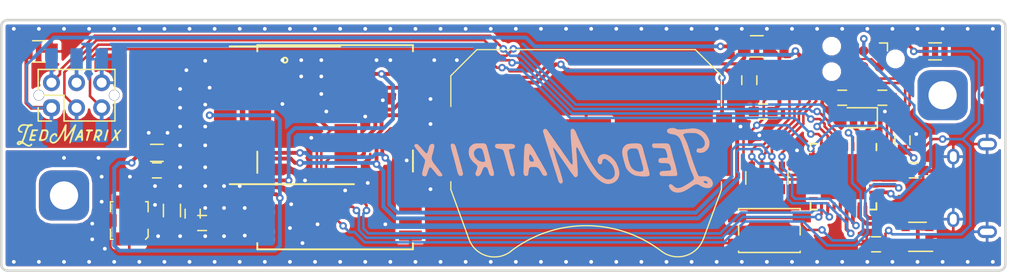
<source format=kicad_pcb>
(kicad_pcb (version 20171114) (host pcbnew "(2017-11-24 revision a01d81e4b)-makepkg")
  (title_block (title ledMatrixController) (date 2018-03-05) (rev r1_00) (company GsD))
  (layers (0 F.Cu signal) (31 B.Cu signal) (34 B.Paste user) (35 F.Paste user) (36 B.SilkS user) (37 F.SilkS user) (38 B.Mask user) (39 F.Mask user) (44 Edge.Cuts user))
  (net 0 "")
  (net 1 GND)
  (net 2 +3V3)
  (net 3 "Net-(C2-Pad2)")
  (net 4 "Net-(C3-Pad2)")
  (net 5 "Net-(C6-Pad1)")
  (net 6 "Net-(C11-Pad1)")
  (net 7 CTX_SWDIO)
  (net 8 CTX_RST)
  (net 9 CTX_SWCLK)
  (net 10 "Net-(AE1-Pad1)")
  (net 11 RTC_INT2)
  (net 12 I2C_SDA)
  (net 13 I2C_SCL)
  (net 14 RTC_INT1)
  (net 15 BUTTON)
  (net 16 GPS_RX)
  (net 17 GPS_TX)
  (net 18 GPS_PPS)
  (net 19 DIS_OE)
  (net 20 DIS_CLK)
  (net 21 DIS_LATCH)
  (net 22 DIS_SER)
  (net 23 "Net-(C1-Pad2)")
  (net 24 "Net-(J1-Pad6)")
  (net 25 "Net-(U1-Pad4)")
  (net 26 "Net-(U2-Pad25)")
  (net 27 "Net-(U2-Pad20)")
  (net 28 "Net-(U2-Pad19)")
  (net 29 "Net-(U2-Pad16)")
  (net 30 "Net-(U2-Pad15)")
  (net 31 "Net-(U2-Pad14)")
  (net 32 "Net-(U2-Pad13)")
  (net 33 "Net-(U2-Pad4)")
  (net 34 "Net-(C4-Pad2)")
  (net 35 "Net-(C13-Pad2)")
  (net 36 ANT_PWR)
  (net 37 USB_VBUS)
  (net 38 USB_DM)
  (net 39 USB_DP)
  (net 40 V_BCKP)
  (module LOGO (layer F.Cu) (at 118.6 85.7)
    (fp_text reference G*** hide)
    (fp_text value LOGO hide)
  )
  (module LOGO (layer B.Cu) (at 158 87.7 180)
    (fp_text reference G*** hide)
    (fp_text value LOGO hide)
  )
  (module Connectors:USB_Micro-B (layer F.Cu) (at 190.4 89.9 90)
    (fp_text reference J2 (at 0 -3.24 90) (layer F.SilkS) (effects (font (size 0 0))))
    (fp_text value USB_OTG)
    (pad 1 smd rect (at -1.3 -1.35 180) (size 1.35 0.4) (layers F.Cu F.Paste F.Mask) (net 37 USB_VBUS))
    (pad 2 smd rect (at -0.65 -1.35 180) (size 1.35 0.4) (layers F.Cu F.Paste F.Mask) (net 38 USB_DM))
    (pad 3 smd rect (at 0 -1.35 180) (size 1.35 0.4) (layers F.Cu F.Paste F.Mask) (net 39 USB_DP))
    (pad 4 smd rect (at 0.65 -1.35 180) (size 1.35 0.4) (layers F.Cu F.Paste F.Mask))
    (pad 5 smd rect (at 1.3 -1.35 180) (size 1.35 0.4) (layers F.Cu F.Paste F.Mask) (net 1 GND))
    (pad 6 thru_hole oval (at -2.5 -1.35 180) (size 0.95 1.25) (drill oval 0.55 0.85) (layers *.Cu *.Mask) (net 1 GND))
    (pad 6 thru_hole oval (at 2.5 -1.35 180) (size 0.95 1.25) (drill oval 0.55 0.85) (layers *.Cu *.Mask) (net 1 GND))
    (pad 6 thru_hole oval (at -3.5 1.35 180) (size 1.55 1) (drill oval 1.15 0.5) (layers *.Cu *.Mask) (net 1 GND))
    (pad 6 thru_hole oval (at 3.5 1.35 180) (size 1.55 1) (drill oval 1.15 0.5) (layers *.Cu *.Mask) (net 1 GND))
  )
  (module Pin_Headers:Pin_Header_Straight_2x03_Pitch2.00mm (layer F.Cu) (at 117.2 83.5 90)
    (fp_text reference J3 (at 1 -2.06 90) (layer F.SilkS) (effects (font (size 0 0))))
    (fp_text value Conn_02x03_Odd_Even)
    (pad 6 thru_hole oval (at 2 4 90) (size 1.35 1.35) (drill 0.8) (layers *.Cu *.Mask) (net 1 GND))
    (pad 5 thru_hole oval (at 0 4 90) (size 1.35 1.35) (drill 0.8) (layers *.Cu *.Mask) (net 19 DIS_OE))
    (pad 4 thru_hole oval (at 2 2 90) (size 1.35 1.35) (drill 0.8) (layers *.Cu *.Mask) (net 20 DIS_CLK))
    (pad 3 thru_hole oval (at 0 2 90) (size 1.35 1.35) (drill 0.8) (layers *.Cu *.Mask) (net 21 DIS_LATCH))
    (pad 2 thru_hole oval (at 2 0 90) (size 1.35 1.35) (drill 0.8) (layers *.Cu *.Mask) (net 22 DIS_SER))
    (pad 1 thru_hole roundrect (at 0 0 90) (size 1.35 1.35) (drill 0.8) (layers *.Cu *.Mask) (roundrect_rratio 0.4) (net 2 +3V3))
    (pad 1 smd roundrect (at -1.875 0) (size 1 1.75) (layers B.Cu B.Paste B.Mask) (roundrect_rratio 0.1) (net 2 +3V3))
    (pad 2 smd roundrect (at 3.875 0) (size 1 1.75) (layers B.Cu B.Paste B.Mask) (roundrect_rratio 0.1) (net 22 DIS_SER))
    (pad 3 smd roundrect (at -1.875 2) (size 1 1.75) (layers B.Cu B.Paste B.Mask) (roundrect_rratio 0.1) (net 21 DIS_LATCH))
    (pad 4 smd roundrect (at 3.875 2) (size 1 1.75) (layers B.Cu B.Paste B.Mask) (roundrect_rratio 0.1) (net 20 DIS_CLK))
    (pad 5 smd roundrect (at -1.875 4) (size 1 1.75) (layers B.Cu B.Paste B.Mask) (roundrect_rratio 0.1) (net 19 DIS_OE))
    (pad 6 smd roundrect (at 3.875 4) (size 1 1.75) (layers B.Cu B.Paste B.Mask) (roundrect_rratio 0.1) (net 1 GND))
    (pad "" np_thru_hole circle (at 1 -1 180) (size 0.85 0.85) (drill 0.8) (layers *.Cu *.Mask))
    (pad "" np_thru_hole circle (at 1 5 180) (size 0.85 0.85) (drill 0.8) (layers *.Cu *.Mask))
  )
  (module Housings_DFN_QFN:QFN-32-1EP_5x5mm_Pitch0.5mm (layer F.Cu) (at 180.3 89 270)
    (fp_text reference U2 (at 0 -3.75 270) (layer F.SilkS) (effects (font (size 0 0))))
    (fp_text value SAMD21E18A)
    (pad 32 smd rect (at -1.75 -2.4) (size 0.7 0.25) (layers F.Cu F.Paste F.Mask) (net 7 CTX_SWDIO))
    (pad 31 smd rect (at -1.25 -2.4) (size 0.7 0.25) (layers F.Cu F.Paste F.Mask) (net 9 CTX_SWCLK))
    (pad 30 smd rect (at -0.75 -2.4) (size 0.7 0.25) (layers F.Cu F.Paste F.Mask) (net 2 +3V3))
    (pad 29 smd rect (at -0.25 -2.4) (size 0.7 0.25) (layers F.Cu F.Paste F.Mask) (net 23 "Net-(C1-Pad2)"))
    (pad 28 smd rect (at 0.25 -2.4) (size 0.7 0.25) (layers F.Cu F.Paste F.Mask) (net 1 GND))
    (pad 27 smd rect (at 0.75 -2.4) (size 0.7 0.25) (layers F.Cu F.Paste F.Mask) (net 18 GPS_PPS))
    (pad 26 smd rect (at 1.25 -2.4) (size 0.7 0.25) (layers F.Cu F.Paste F.Mask) (net 8 CTX_RST))
    (pad 25 smd rect (at 1.75 -2.4) (size 0.7 0.25) (layers F.Cu F.Paste F.Mask) (net 26 "Net-(U2-Pad25)"))
    (pad 24 smd rect (at 2.4 -1.75 270) (size 0.7 0.25) (layers F.Cu F.Paste F.Mask) (net 39 USB_DP))
    (pad 23 smd rect (at 2.4 -1.25 270) (size 0.7 0.25) (layers F.Cu F.Paste F.Mask) (net 38 USB_DM))
    (pad 22 smd rect (at 2.4 -0.75 270) (size 0.7 0.25) (layers F.Cu F.Paste F.Mask) (net 11 RTC_INT2))
    (pad 21 smd rect (at 2.4 -0.25 270) (size 0.7 0.25) (layers F.Cu F.Paste F.Mask) (net 14 RTC_INT1))
    (pad 20 smd rect (at 2.4 0.25 270) (size 0.7 0.25) (layers F.Cu F.Paste F.Mask) (net 27 "Net-(U2-Pad20)"))
    (pad 19 smd rect (at 2.4 0.75 270) (size 0.7 0.25) (layers F.Cu F.Paste F.Mask) (net 28 "Net-(U2-Pad19)"))
    (pad 18 smd rect (at 2.4 1.25 270) (size 0.7 0.25) (layers F.Cu F.Paste F.Mask) (net 16 GPS_RX))
    (pad 17 smd rect (at 2.4 1.75 270) (size 0.7 0.25) (layers F.Cu F.Paste F.Mask) (net 17 GPS_TX))
    (pad 16 smd rect (at 1.75 2.4) (size 0.7 0.25) (layers F.Cu F.Paste F.Mask) (net 29 "Net-(U2-Pad16)"))
    (pad 15 smd rect (at 1.25 2.4) (size 0.7 0.25) (layers F.Cu F.Paste F.Mask) (net 30 "Net-(U2-Pad15)"))
    (pad 14 smd rect (at 0.75 2.4) (size 0.7 0.25) (layers F.Cu F.Paste F.Mask) (net 31 "Net-(U2-Pad14)"))
    (pad 13 smd rect (at 0.25 2.4) (size 0.7 0.25) (layers F.Cu F.Paste F.Mask) (net 32 "Net-(U2-Pad13)"))
    (pad 12 smd rect (at -0.25 2.4) (size 0.7 0.25) (layers F.Cu F.Paste F.Mask) (net 13 I2C_SCL))
    (pad 11 smd rect (at -0.75 2.4) (size 0.7 0.25) (layers F.Cu F.Paste F.Mask) (net 12 I2C_SDA))
    (pad 10 smd rect (at -1.25 2.4) (size 0.7 0.25) (layers F.Cu F.Paste F.Mask) (net 1 GND))
    (pad 9 smd rect (at -1.75 2.4) (size 0.7 0.25) (layers F.Cu F.Paste F.Mask) (net 2 +3V3))
    (pad 8 smd rect (at -2.4 1.75 270) (size 0.7 0.25) (layers F.Cu F.Paste F.Mask) (net 19 DIS_OE))
    (pad 7 smd rect (at -2.4 1.25 270) (size 0.7 0.25) (layers F.Cu F.Paste F.Mask) (net 21 DIS_LATCH))
    (pad 6 smd rect (at -2.4 0.75 270) (size 0.7 0.25) (layers F.Cu F.Paste F.Mask) (net 20 DIS_CLK))
    (pad 5 smd rect (at -2.4 0.25 270) (size 0.7 0.25) (layers F.Cu F.Paste F.Mask) (net 22 DIS_SER))
    (pad 4 smd rect (at -2.4 -0.25 270) (size 0.7 0.25) (layers F.Cu F.Paste F.Mask) (net 33 "Net-(U2-Pad4)"))
    (pad 3 smd rect (at -2.4 -0.75 270) (size 0.7 0.25) (layers F.Cu F.Paste F.Mask) (net 15 BUTTON))
    (pad 2 smd rect (at -2.4 -1.25 270) (size 0.7 0.25) (layers F.Cu F.Paste F.Mask) (net 4 "Net-(C3-Pad2)"))
    (pad 1 smd rect (at -2.4 -1.75 270) (size 0.7 0.25) (layers F.Cu F.Paste F.Mask) (net 3 "Net-(C2-Pad2)"))
  )
  (module ledMatrixController:10-DFN (layer F.Cu) (at 176 81.299999)
    (fp_text reference U5 (at 1 -3) (layer F.SilkS) (effects (font (size 0 0))))
    (fp_text value AB-RTCMC)
    (pad 1 smd rect (at -1.6 1.1) (size 0.5 0.8) (layers F.Cu F.Paste F.Mask) (net 2 +3V3))
    (pad 2 smd rect (at -0.8 1.1) (size 0.5 0.8) (layers F.Cu F.Paste F.Mask) (net 5 "Net-(C6-Pad1)"))
    (pad 3 smd rect (at 0 1.1) (size 0.5 0.8) (layers F.Cu F.Paste F.Mask) (net 14 RTC_INT1))
    (pad 4 smd rect (at 0.8 1.1) (size 0.5 0.8) (layers F.Cu F.Paste F.Mask) (net 13 I2C_SCL))
    (pad 5 smd rect (at 1.6 1.1) (size 0.5 0.8) (layers F.Cu F.Paste F.Mask) (net 12 I2C_SDA))
    (pad 6 smd rect (at 1.6 -1.1) (size 0.5 0.8) (layers F.Cu F.Paste F.Mask) (net 1 GND))
    (pad 7 smd rect (at 0.8 -1.1) (size 0.5 0.8) (layers F.Cu F.Paste F.Mask) (net 40 V_BCKP))
    (pad 8 smd rect (at 0 -1.1) (size 0.5 0.8) (layers F.Cu F.Paste F.Mask) (net 11 RTC_INT2))
    (pad 9 smd rect (at -0.8 -1.1) (size 0.5 0.8) (layers F.Cu F.Paste F.Mask) (net 1 GND))
    (pad 10 smd rect (at -1.6 -1.1) (size 0.5 0.8) (layers F.Cu F.Paste F.Mask))
  )
  (module Fiducials:Fiducial_0.75mm_Dia_1.5mm_Outer (layer F.Cu) (at 114.8 90.5)
    (fp_text reference REF** (at 0 -2) (layer F.SilkS) (effects (font (size 0 0))))
    (fp_text value Fiducial_0.75mm_Dia_1.5mm_Outer)
    (pad ~ smd circle (at 0 0) (size 0.75 0.75) (layers F.Cu F.Mask) (clearance 0.375))
  )
  (module Fiducials:Fiducial_0.75mm_Dia_1.5mm_Outer (layer F.Cu) (at 191.6 82.5)
    (fp_text reference REF** (at 0 -2) (layer F.SilkS) (effects (font (size 0 0))))
    (fp_text value Fiducial_0.75mm_Dia_1.5mm_Outer)
    (pad ~ smd circle (at 0 0) (size 0.75 0.75) (layers F.Cu F.Mask) (clearance 0.375))
  )
  (module LOGO (layer F.Cu) (at 125.4 82.2 90)
    (fp_text reference G*** hide)
    (fp_text value LOGO hide)
    (fp_poly (pts (xy 0.189373 -0.705108) (xy 0.254009 -0.69275) (xy 0.313903 -0.669615) (xy 0.373876 -0.634325) (xy 0.43875 -0.585497) (xy 0.439688 -0.584734) (xy 0.482387 -0.544579) (xy 0.506566 -0.507696) (xy 0.513211 -0.471675) (xy 0.503313 -0.434106) (xy 0.502327 -0.431987) (xy 0.471171 -0.388754) (xy 0.426698 -0.360014) (xy 0.376837 -0.347825) (xy 0.354756 -0.346374) (xy 0.337021 -0.348472) (xy 0.319101 -0.356364) (xy 0.296469 -0.372295) (xy 0.264593 -0.398512) (xy 0.250479 -0.410479) (xy 0.192066 -0.457569) (xy 0.143616 -0.490099) (xy 0.102114 -0.509144) (xy 0.064546 -0.515783) (xy 0.0279 -0.51109) (xy -0.0015 -0.500471) (xy -0.040184 -0.477219) (xy -0.076351 -0.445013) (xy -0.104384 -0.409654) (xy -0.117947 -0.38021) (xy -0.121494 -0.335235) (xy -0.113858 -0.284862) (xy -0.096898 -0.239278) (xy -0.090136 -0.227859) (xy -0.058064 -0.190786) (xy -0.009985 -0.149914) (xy 0.050757 -0.107636) (xy 0.120815 -0.066347) (xy 0.17272 -0.039743) (xy 0.220262 -0.016746) (xy 0.265809 0.005404) (xy 0.303487 0.023843) (xy 0.323611 0.033795) (xy 0.364167 0.059176) (xy 0.410058 0.095848) (xy 0.455908 0.1387) (xy 0.496345 0.182622) (xy 0.525995 0.222503) (xy 0.530953 0.230986) (xy 0.554565 0.281727) (xy 0.568764 0.332618) (xy 0.574435 0.389384) (xy 0.572465 0.457747) (xy 0.57021 0.48466) (xy 0.55982 0.560972) (xy 0.543509 0.622086) (xy 0.519437 0.672709) (xy 0.485765 0.717549) (xy 0.474493 0.729579) (xy 0.411902 0.780971) (xy 0.335525 0.823366) (xy 0.250501 0.855164) (xy 0.16197 0.874765) (xy 0.075071 0.880566) (xy 0.01016 0.874192) (xy -0.060633 0.854543) (xy -0.137414 0.822497) (xy -0.213548 0.781578) (xy -0.282397 0.73531) (xy -0.332354 0.692304) (xy -0.361186 0.652334) (xy -0.372949 0.609457) (xy -0.366592 0.567968) (xy -0.364189 0.562501) (xy -0.33855 0.530617) (xy -0.298624 0.512662) (xy -0.255932 0.508149) (xy -0.230557 0.509779) (xy -0.20958 0.517016) (xy -0.186735 0.53308) (xy -0.159412 0.557732) (xy -0.125906 0.586775) (xy -0.091125 0.612916) (xy -0.065801 0.628679) (xy -0.000886 0.653986) (xy 0.0648 0.664662) (xy 0.128814 0.662034) (xy 0.188714 0.647429) (xy 0.242059 0.622172) (xy 0.286406 0.587592) (xy 0.319313 0.545015) (xy 0.338337 0.495767) (xy 0.341036 0.441176) (xy 0.335111 0.410878) (xy 0.319365 0.370781) (xy 0.294145 0.332368) (xy 0.257667 0.294114) (xy 0.208147 0.254497) (xy 0.143802 0.211995) (xy 0.062847 0.165086) (xy 0.019815 0.141754) (xy -0.070208 0.092117) (xy -0.143321 0.047685) (xy -0.201642 0.006534) (xy -0.247287 -0.033265) (xy -0.282373 -0.073638) (xy -0.309018 -0.116512) (xy -0.329338 -0.163814) (xy -0.335234 -0.181411) (xy -0.353674 -0.269002) (xy -0.355121 -0.356978) (xy -0.340403 -0.441969) (xy -0.310348 -0.520606) (xy -0.265784 -0.589519) (xy -0.224584 -0.631733) (xy -0.198081 -0.652238) (xy -0.170491 -0.667841) (xy -0.137957 -0.679638) (xy -0.09662 -0.688722) (xy -0.042623 -0.69619) (xy 0.026589 -0.70302) (xy 0.115173 -0.708071) (xy 0.189373 -0.705108)) (layer F.Cu) (width 0.01))
    (fp_poly (pts (xy 1.449217 -1.399805) (xy 1.506507 -1.39674) (xy 1.555868 -1.391422) (xy 1.600391 -1.383568) (xy 1.643166 -1.372896) (xy 1.687283 -1.359125) (xy 1.708561 -1.351784) (xy 1.820383 -1.301862) (xy 1.92134 -1.234975) (xy 2.011158 -1.151501) (xy 2.089562 -1.051817) (xy 2.156277 -0.9363) (xy 2.211027 -0.805329) (xy 2.253539 -0.65928) (xy 2.270153 -0.580538) (xy 2.275274 -0.547419) (xy 2.279258 -0.507709) (xy 2.282213 -0.458831) (xy 2.284246 -0.398206) (xy 2.285462 -0.323255) (xy 2.285969 -0.231402) (xy 2.286 -0.197808) (xy 2.286 0.09998) (xy 2.254345 0.18969) (xy 2.197875 0.328226) (xy 2.13122 0.453619) (xy 2.055433 0.564388) (xy 1.971568 0.659051) (xy 1.880678 0.736127) (xy 1.851922 0.755778) (xy 1.76538 0.804879) (xy 1.673855 0.844533) (xy 1.582172 0.873169) (xy 1.495159 0.889217) (xy 1.433474 0.89198) (xy 1.403939 0.891117) (xy 1.357978 0.889851) (xy 1.299479 0.888286) (xy 1.232328 0.886526) (xy 1.160415 0.884673) (xy 1.12268 0.883714) (xy 1.054539 0.881919) (xy 0.993516 0.880171) (xy 0.942426 0.878564) (xy 0.904086 0.877189) (xy 0.881313 0.876139) (xy 0.87615 0.875654) (xy 0.861704 0.857449) (xy 0.847567 0.827377) (xy 0.836979 0.793675) (xy 0.833157 0.766308) (xy 0.831705 0.738848) (xy 0.827817 0.697627) (xy 0.822144 0.648967) (xy 0.817465 0.613908) (xy 0.81047 0.559504) (xy 0.807271 0.518379) (xy 0.807773 0.483871) (xy 0.811885 0.449313) (xy 0.814919 0.4318) (xy 0.818625 0.400429) (xy 0.821772 0.350928) (xy 0.824338 0.285475) (xy 0.826301 0.206252) (xy 0.827637 0.11544) (xy 0.828324 0.01522) (xy 0.82834 -0.092227) (xy 0.827662 -0.20472) (xy 0.826266 -0.320079) (xy 0.824131 -0.436121) (xy 0.824003 -0.44196) (xy 0.823096 -0.50043) (xy 0.822541 -0.574628) (xy 0.822339 -0.659964) (xy 0.822489 -0.751849) (xy 0.822991 -0.845693) (xy 0.823039 -0.850875) (xy 1.160978 -0.850875) (xy 1.166477 -0.792451) (xy 1.167858 -0.784816) (xy 1.172828 -0.751588) (xy 1.175368 -0.71504) (xy 1.1755 -0.67085) (xy 1.17325 -0.6147) (xy 1.169187 -0.550075) (xy 1.165308 -0.473768) (xy 1.162892 -0.378587) (xy 1.161954 -0.265922) (xy 1.162505 -0.137168) (xy 1.164233 -0.011595) (xy 1.166045 0.086522) (xy 1.167759 0.166502) (xy 1.16951 0.230524) (xy 1.171437 0.280769) (xy 1.173676 0.319418) (xy 1.176363 0.348652) (xy 1.179636 0.370651) (xy 1.18363 0.387596) (xy 1.188483 0.401667) (xy 1.190446 0.4064) (xy 1.227478 0.467866) (xy 1.280071 0.519671) (xy 1.344559 0.558724) (xy 1.391417 0.575887) (xy 1.453309 0.58441) (xy 1.51631 0.574774) (xy 1.56972 0.553763) (xy 1.637892 0.511173) (xy 1.704488 0.451902) (xy 1.766305 0.379524) (xy 1.820139 0.297612) (xy 1.848496 0.242757) (xy 1.887446 0.142465) (xy 1.919421 0.025032) (xy 1.943849 -0.107396) (xy 1.946078 -0.122979) (xy 1.963886 -0.251033) (xy 1.936604 -0.432857) (xy 1.918066 -0.543012) (xy 1.89754 -0.635864) (xy 1.873727 -0.714416) (xy 1.845325 -0.781671) (xy 1.811037 -0.840635) (xy 1.769563 -0.894312) (xy 1.719602 -0.945705) (xy 1.711497 -0.953217) (xy 1.644316 -1.007521) (xy 1.576278 -1.049015) (xy 1.510684 -1.076048) (xy 1.450837 -1.08697) (xy 1.443671 -1.087121) (xy 1.375102 -1.077) (xy 1.307447 -1.046784) (xy 1.241172 -0.996694) (xy 1.229691 -0.985843) (xy 1.190797 -0.941757) (xy 1.168489 -0.898706) (xy 1.160978 -0.850875) (xy 0.823039 -0.850875) (xy 0.823846 -0.936908) (xy 0.824003 -0.94996) (xy 0.825206 -1.04063) (xy 0.826425 -1.113321) (xy 0.827816 -1.170374) (xy 0.829536 -1.21413) (xy 0.831741 -1.246931) (xy 0.834586 -1.271117) (xy 0.838228 -1.289029) (xy 0.842823 -1.303008) (xy 0.84836 -1.315065) (xy 0.859506 -1.336366) (xy 0.870469 -1.3533) (xy 0.883623 -1.366429) (xy 0.901344 -1.376318) (xy 0.926009 -1.383531) (xy 0.959993 -1.388632) (xy 1.005673 -1.392187) (xy 1.065425 -1.394758) (xy 1.141624 -1.396909) (xy 1.19888 -1.398298) (xy 1.298494 -1.400302) (xy 1.38091 -1.400898) (xy 1.449217 -1.399805)) (layer F.Cu) (width 0.01))
    (fp_poly (pts (xy -1.479324 -1.41164) (xy -1.398407 -1.402515) (xy -1.357399 -1.39701) (xy -1.272563 -1.38477) (xy -1.204525 -1.373363) (xy -1.149879 -1.361427) (xy -1.105222 -1.347602) (xy -1.067151 -1.330529) (xy -1.032261 -1.308845) (xy -0.997147 -1.281191) (xy -0.958406 -1.246206) (xy -0.942549 -1.231206) (xy -0.887443 -1.174015) (xy -0.849801 -1.123085) (xy -0.82868 -1.076063) (xy -0.823139 -1.0306) (xy -0.832237 -0.984342) (xy -0.837833 -0.969592) (xy -0.850129 -0.947814) (xy -0.869415 -0.929935) (xy -0.900777 -0.911786) (xy -0.919222 -0.90287) (xy -0.96062 -0.884465) (xy -0.993662 -0.873823) (xy -1.022466 -0.871894) (xy -1.051154 -0.879629) (xy -1.083843 -0.897979) (xy -1.124653 -0.927892) (xy -1.164167 -0.959374) (xy -1.226508 -1.008369) (xy -1.277924 -1.044995) (xy -1.322151 -1.070953) (xy -1.362925 -1.087945) (xy -1.403982 -1.097669) (xy -1.449058 -1.101828) (xy -1.47828 -1.10236) (xy -1.526044 -1.101495) (xy -1.560773 -1.097986) (xy -1.589711 -1.090469) (xy -1.620102 -1.077578) (xy -1.626713 -1.074372) (xy -1.695219 -1.029699) (xy -1.756574 -0.967267) (xy -1.810179 -0.888551) (xy -1.855439 -0.795025) (xy -1.891755 -0.688164) (xy -1.918533 -0.569443) (xy -1.935174 -0.440336) (xy -1.941082 -0.302318) (xy -1.941087 -0.297592) (xy -1.935562 -0.135712) (xy -1.919122 0.010267) (xy -1.89185 0.140058) (xy -1.853826 0.253373) (xy -1.805131 0.349925) (xy -1.745848 0.429425) (xy -1.73125 0.444742) (xy -1.671522 0.497859) (xy -1.613668 0.533896) (xy -1.552953 0.55499) (xy -1.484646 0.563276) (xy -1.467907 0.563593) (xy -1.42276 0.562677) (xy -1.3889 0.558225) (xy -1.357355 0.54825) (xy -1.319149 0.530765) (xy -1.318709 0.530549) (xy -1.253412 0.490675) (xy -1.200361 0.440139) (xy -1.156751 0.375712) (xy -1.124961 0.307497) (xy -1.095809 0.227112) (xy -1.07844 0.160906) (xy -1.072439 0.106808) (xy -1.076579 0.06604) (xy -1.090585 0.028268) (xy -1.114119 0.002168) (xy -1.150489 -0.014525) (xy -1.203005 -0.024076) (xy -1.209151 -0.024714) (xy -1.260534 -0.032875) (xy -1.295914 -0.047699) (xy -1.319354 -0.072652) (xy -1.334917 -0.111201) (xy -1.341153 -0.137315) (xy -1.34879 -0.20006) (xy -1.342463 -0.249539) (xy -1.321887 -0.287516) (xy -1.315829 -0.294094) (xy -1.306477 -0.302965) (xy -1.296656 -0.309593) (xy -1.283379 -0.314366) (xy -1.263662 -0.317672) (xy -1.234519 -0.319898) (xy -1.192964 -0.321432) (xy -1.136013 -0.32266) (xy -1.089453 -0.323477) (xy -0.990914 -0.324181) (xy -0.910636 -0.322414) (xy -0.846682 -0.317931) (xy -0.797115 -0.310488) (xy -0.759998 -0.299837) (xy -0.733395 -0.285735) (xy -0.723185 -0.277068) (xy -0.6979 -0.251784) (xy -0.704262 -0.062392) (xy -0.721974 0.164436) (xy -0.759584 0.389743) (xy -0.816671 0.611695) (xy -0.892815 0.828456) (xy -0.926763 0.90932) (xy -0.991899 1.040086) (xy -1.064078 1.151999) (xy -1.143234 1.244996) (xy -1.229306 1.319009) (xy -1.322228 1.373975) (xy -1.416178 1.408327) (xy -1.455762 1.415726) (xy -1.504126 1.420209) (xy -1.555387 1.421753) (xy -1.603663 1.420334) (xy -1.643071 1.415928) (xy -1.66624 1.409318) (xy -1.687683 1.389894) (xy -1.694859 1.359597) (xy -1.68776 1.317252) (xy -1.666378 1.261685) (xy -1.665194 1.259102) (xy -1.634891 1.202543) (xy -1.601375 1.16159) (xy -1.560263 1.133048) (xy -1.507172 1.113721) (xy -1.450123 1.10227) (xy -1.415269 1.090336) (xy -1.379868 1.068103) (xy -1.37467 1.063758) (xy -1.356476 1.044596) (xy -1.332292 1.014776) (xy -1.304961 0.978364) (xy -1.277323 0.939421) (xy -1.252222 0.90201) (xy -1.232499 0.870195) (xy -1.220995 0.848039) (xy -1.2192 0.841483) (xy -1.227263 0.836571) (xy -1.24206 0.839083) (xy -1.302707 0.852655) (xy -1.377626 0.860263) (xy -1.46173 0.862109) (xy -1.54993 0.858399) (xy -1.637138 0.849333) (xy -1.718266 0.835116) (xy -1.783762 0.817461) (xy -1.876511 0.776027) (xy -1.960288 0.716886) (xy -2.033943 0.641082) (xy -2.096328 0.549663) (xy -2.11397 0.516793) (xy -2.137253 0.465173) (xy -2.162783 0.399401) (xy -2.188642 0.325214) (xy -2.212914 0.248346) (xy -2.233682 0.174535) (xy -2.247254 0.117982) (xy -2.259476 0.040201) (xy -2.266897 -0.053422) (xy -2.269769 -0.159043) (xy -2.268342 -0.272821) (xy -2.262868 -0.390915) (xy -2.253597 -0.509482) (xy -2.240779 -0.624682) (xy -2.224666 -0.732671) (xy -2.205507 -0.829609) (xy -2.183555 -0.911654) (xy -2.179199 -0.924919) (xy -2.135671 -1.02556) (xy -2.076646 -1.120601) (xy -2.004926 -1.207046) (xy -1.923316 -1.2819) (xy -1.834618 -1.34217) (xy -1.752104 -1.381074) (xy -1.701901 -1.39788) (xy -1.653488 -1.409179) (xy -1.602899 -1.415132) (xy -1.546166 -1.415899) (xy -1.479324 -1.41164)) (layer F.Cu) (width 0.01))
  )
  (module Mounting_Holes:MountingHole_2.2mm_M2_Pad (layer F.Cu) (at 118.2 90.5)
    (fp_text reference REF** (at 0 -3.2) (layer F.SilkS) (effects (font (size 0 0))))
    (fp_text value MountingHole_2.2mm_M2_Pad)
    (pad 1 thru_hole roundrect (at 0 0) (size 4 4) (drill 2.25) (layers *.Cu *.Mask))
  )
  (module Mounting_Holes:MountingHole_2.2mm_M2_Pad (layer F.Cu) (at 188.2 82.5)
    (fp_text reference REF** (at 0 -3.2) (layer F.SilkS) (effects (font (size 0 0))))
    (fp_text value MountingHole_2.2mm_M2_Pad)
    (pad 1 thru_hole roundrect (at 0 0) (size 4 4) (drill 2.25) (layers *.Cu *.Mask))
  )
  (module Capacitors_SMD:C_0603 (layer F.Cu) (at 185.9 88.5 180)
    (fp_text reference C1 (at 0 -1.5 180) (layer F.SilkS) (effects (font (size 0 0))))
    (fp_text value 100n)
    (pad 1 smd rect (at -0.75 0 180) (size 0.8 0.75) (layers F.Cu F.Paste F.Mask) (net 1 GND))
    (pad 2 smd rect (at 0.75 0 180) (size 0.8 0.75) (layers F.Cu F.Paste F.Mask) (net 23 "Net-(C1-Pad2)"))
  )
  (module Capacitors_SMD:C_0603 (layer F.Cu) (at 183.4 82.7 180)
    (fp_text reference C2 (at 0 -1.5 180) (layer F.SilkS) (effects (font (size 0 0))))
    (fp_text value 9pF)
    (pad 1 smd rect (at -0.75 0 180) (size 0.8 0.75) (layers F.Cu F.Paste F.Mask) (net 1 GND))
    (pad 2 smd rect (at 0.75 0 180) (size 0.8 0.75) (layers F.Cu F.Paste F.Mask) (net 3 "Net-(C2-Pad2)"))
  )
  (module Capacitors_SMD:C_0603 (layer F.Cu) (at 180.2 82.7)
    (fp_text reference C3 (at 0 -1.5) (layer F.SilkS) (effects (font (size 0 0))))
    (fp_text value 9pF)
    (pad 2 smd rect (at 0.75 0) (size 0.8 0.75) (layers F.Cu F.Paste F.Mask) (net 4 "Net-(C3-Pad2)"))
    (pad 1 smd rect (at -0.75 0) (size 0.8 0.75) (layers F.Cu F.Paste F.Mask) (net 1 GND))
  )
  (module Capacitors_SMD:C_0603 (layer F.Cu) (at 172.8 81.3 90)
    (fp_text reference C5 (at 0 -1.5 90) (layer F.SilkS) (effects (font (size 0 0))))
    (fp_text value 100n)
    (pad 2 smd rect (at 0.75 0 90) (size 0.8 0.75) (layers F.Cu F.Paste F.Mask) (net 1 GND))
    (pad 1 smd rect (at -0.75 0 90) (size 0.8 0.75) (layers F.Cu F.Paste F.Mask) (net 2 +3V3))
  )
  (module Capacitors_SMD:C_0603 (layer F.Cu) (at 173.9 83.8 180)
    (fp_text reference C6 (at 0 -1.5 180) (layer F.SilkS) (effects (font (size 0 0))))
    (fp_text value 47pF)
    (pad 1 smd rect (at -0.75 0 180) (size 0.8 0.75) (layers F.Cu F.Paste F.Mask) (net 5 "Net-(C6-Pad1)"))
    (pad 2 smd rect (at 0.75 0 180) (size 0.8 0.75) (layers F.Cu F.Paste F.Mask) (net 1 GND))
  )
  (module Capacitors_SMD:C_0805 (layer F.Cu) (at 116.2 79)
    (fp_text reference C8 (at 0 -1.5) (layer F.SilkS) (effects (font (size 0 0))))
    (fp_text value 10uF)
    (pad 1 smd rect (at -1 0) (size 1 1.25) (layers F.Cu F.Paste F.Mask) (net 2 +3V3))
    (pad 2 smd rect (at 1 0) (size 1 1.25) (layers F.Cu F.Paste F.Mask) (net 1 GND))
  )
  (module Capacitors_SMD:C_0805 (layer F.Cu) (at 173.4 78.6)
    (fp_text reference C9 (at 0 -1.5) (layer F.SilkS) (effects (font (size 0 0))))
    (fp_text value 10uF)
    (pad 2 smd rect (at 1 0) (size 1 1.25) (layers F.Cu F.Paste F.Mask) (net 1 GND))
    (pad 1 smd rect (at -1 0) (size 1 1.25) (layers F.Cu F.Paste F.Mask) (net 2 +3V3))
  )
  (module Capacitors_SMD:C_0603 (layer F.Cu) (at 125.6 88.5 180)
    (fp_text reference C11 (at 0 -1.5 180) (layer F.SilkS) (effects (font (size 0 0))))
    (fp_text value 10n)
    (pad 2 smd rect (at 0.75 0 180) (size 0.8 0.75) (layers F.Cu F.Paste F.Mask) (net 1 GND))
    (pad 1 smd rect (at -0.75 0 180) (size 0.8 0.75) (layers F.Cu F.Paste F.Mask) (net 6 "Net-(C11-Pad1)"))
  )
  (module Connectors:Tag-Connect_TC2030-IDC-NL (layer F.Cu) (at 181.9 79.6 180)
    (fp_text reference J1 (at 0 2.7 180) (layer F.SilkS) (effects (font (size 0 0))))
    (fp_text value TC2030-CTX)
    (pad "" np_thru_hole circle (at 2.54 -1.016 180) (size 0.9906 0.9906) (drill 0.9906) (layers *.Cu *.Mask))
    (pad "" np_thru_hole circle (at 2.54 1.016 180) (size 0.9906 0.9906) (drill 0.9906) (layers *.Cu *.Mask))
    (pad "" np_thru_hole circle (at -2.54 0 180) (size 0.9906 0.9906) (drill 0.9906) (layers *.Cu *.Mask))
    (pad 1 connect circle (at -1.27 0.635 180) (size 0.7874 0.7874) (layers F.Cu F.Mask) (net 2 +3V3))
    (pad 2 connect circle (at -1.27 -0.635 180) (size 0.7874 0.7874) (layers F.Cu F.Mask) (net 7 CTX_SWDIO))
    (pad 3 connect circle (at 0 0.635 180) (size 0.7874 0.7874) (layers F.Cu F.Mask) (net 8 CTX_RST))
    (pad 4 connect circle (at 0 -0.635 180) (size 0.7874 0.7874) (layers F.Cu F.Mask) (net 9 CTX_SWCLK))
    (pad 5 connect circle (at 1.27 0.635 180) (size 0.7874 0.7874) (layers F.Cu F.Mask) (net 1 GND))
    (pad 6 connect circle (at 1.27 -0.635 180) (size 0.7874 0.7874) (layers F.Cu F.Mask) (net 24 "Net-(J1-Pad6)"))
  )
  (module Inductors_SMD:L_0603 (layer F.Cu) (at 126.8 91.7 270)
    (fp_text reference L2 (at 0 -1.9 270) (layer F.SilkS) (effects (font (size 0 0))))
    (fp_text value 47nH)
    (pad 1 smd rect (at -0.75 0 270) (size 0.5 0.9) (layers F.Cu F.Paste F.Mask) (net 6 "Net-(C11-Pad1)"))
    (pad 2 smd rect (at 0.75 0 270) (size 0.5 0.9) (layers F.Cu F.Paste F.Mask) (net 10 "Net-(AE1-Pad1)"))
  )
  (module Resistors_SMD:R_0603 (layer F.Cu) (at 187.6 79)
    (fp_text reference R1 (at 0 -1.45) (layer F.SilkS) (effects (font (size 0 0))))
    (fp_text value 1K)
    (pad 1 smd rect (at -0.75 0) (size 0.5 0.9) (layers F.Cu F.Paste F.Mask) (net 2 +3V3))
    (pad 2 smd rect (at 0.75 0) (size 0.5 0.9) (layers F.Cu F.Paste F.Mask) (net 9 CTX_SWCLK))
  )
  (module Resistors_SMD:R_0603 (layer F.Cu) (at 125.6 87.1 180)
    (fp_text reference R6 (at 0 -3.85 180) (layer F.SilkS) (effects (font (size 0 0))))
    (fp_text value 10R)
    (pad 1 smd rect (at -0.75 0 180) (size 0.5 0.9) (layers F.Cu F.Paste F.Mask) (net 6 "Net-(C11-Pad1)"))
    (pad 2 smd rect (at 0.75 0 180) (size 0.5 0.9) (layers F.Cu F.Paste F.Mask) (net 36 ANT_PWR))
  )
  (module Resistors_SMD:R_Array_Convex_4x0603 (layer F.Cu) (at 174.2 89.1 270)
    (fp_text reference RN1 (at 0 -2.8 270) (layer F.SilkS) (effects (font (size 0 0))))
    (fp_text value 4.7K)
    (pad 1 smd rect (at -0.9 -1.2 270) (size 0.8 0.5) (layers F.Cu F.Paste F.Mask) (net 11 RTC_INT2))
    (pad 3 smd rect (at -0.9 0.4 270) (size 0.8 0.4) (layers F.Cu F.Paste F.Mask) (net 13 I2C_SCL))
    (pad 2 smd rect (at -0.9 -0.4 270) (size 0.8 0.4) (layers F.Cu F.Paste F.Mask) (net 12 I2C_SDA))
    (pad 4 smd rect (at -0.9 1.2 270) (size 0.8 0.5) (layers F.Cu F.Paste F.Mask) (net 14 RTC_INT1))
    (pad 7 smd rect (at 0.9 -0.4 270) (size 0.8 0.4) (layers F.Cu F.Paste F.Mask) (net 2 +3V3))
    (pad 8 smd rect (at 0.9 -1.2 270) (size 0.8 0.5) (layers F.Cu F.Paste F.Mask) (net 2 +3V3))
    (pad 6 smd rect (at 0.9 0.4 270) (size 0.8 0.4) (layers F.Cu F.Paste F.Mask) (net 2 +3V3))
    (pad 5 smd rect (at 0.9 1.2 270) (size 0.8 0.5) (layers F.Cu F.Paste F.Mask) (net 2 +3V3))
  )
  (module Buttons_Switches_SMD:SW_SPST_EVQP2 (layer F.Cu) (at 174.4 93.3)
    (fp_text reference SW1 (at 0 -2.75) (layer F.SilkS) (effects (font (size 0 0))))
    (fp_text value TACT_SW)
    (pad 1 smd rect (at 2.58 -1) (size 1.45 0.7) (layers F.Cu F.Paste F.Mask) (net 15 BUTTON))
    (pad 1 smd rect (at -2.58 -1) (size 1.45 0.7) (layers F.Cu F.Paste F.Mask) (net 15 BUTTON))
    (pad 2 smd rect (at -2.58 1) (size 1.45 0.7) (layers F.Cu F.Paste F.Mask) (net 1 GND))
    (pad 2 smd rect (at 2.58 1) (size 1.45 0.7) (layers F.Cu F.Paste F.Mask) (net 1 GND))
  )
  (module TO_SOT_Packages_SMD:SOT-353_SC-70-5 (layer F.Cu) (at 186.2 93.8 180)
    (fp_text reference U1 (at 0 -2 180) (layer F.SilkS) (effects (font (size 0 0))))
    (fp_text value MIC5365)
    (pad 5 smd rect (at 0.95 -0.65 180) (size 0.65 0.4) (layers F.Cu F.Paste F.Mask) (net 2 +3V3))
    (pad 4 smd rect (at 0.95 0.65 180) (size 0.65 0.4) (layers F.Cu F.Paste F.Mask) (net 25 "Net-(U1-Pad4)"))
    (pad 2 smd rect (at -0.95 0 180) (size 0.65 0.4) (layers F.Cu F.Paste F.Mask) (net 1 GND))
    (pad 3 smd rect (at -0.95 0.65 180) (size 0.65 0.4) (layers F.Cu F.Paste F.Mask) (net 37 USB_VBUS))
    (pad 1 smd rect (at -0.95 -0.65 180) (size 0.65 0.4) (layers F.Cu F.Paste F.Mask) (net 37 USB_VBUS))
  )
  (module Crystals:Crystal_SMD_2012-2pin_2.0x1.2mm (layer F.Cu) (at 181.8 84.3 180)
    (fp_text reference Y1 (at 0 -1.8 180) (layer F.SilkS) (effects (font (size 0 0))))
    (fp_text value 32.768kHz)
    (pad 1 smd rect (at -0.7 0 180) (size 0.6 1.1) (layers F.Cu F.Paste F.Mask) (net 3 "Net-(C2-Pad2)"))
    (pad 2 smd rect (at 0.7 0 180) (size 0.6 1.1) (layers F.Cu F.Paste F.Mask) (net 4 "Net-(C3-Pad2)"))
  )
  (module ledMatrixController:MAX_M8 (layer F.Cu) (at 135.8 84.1)
    (fp_text reference U4 (at -1.1 -6.6) (layer F.SilkS) (effects (font (size 0 0))))
    (fp_text value MAX_M8Q)
    (pad 1 smd rect (at 4.85 4.4) (size 1.8 0.7) (layers F.Cu F.Paste F.Mask) (net 1 GND))
    (pad 2 smd rect (at 4.85 3.3) (size 1.8 0.8) (layers F.Cu F.Paste F.Mask) (net 16 GPS_RX))
    (pad 3 smd rect (at 4.85 2.2) (size 1.8 0.8) (layers F.Cu F.Paste F.Mask) (net 17 GPS_TX))
    (pad 4 smd rect (at 4.85 1.1) (size 1.8 0.8) (layers F.Cu F.Paste F.Mask) (net 18 GPS_PPS))
    (pad 5 smd rect (at 4.85 0) (size 1.8 0.8) (layers F.Cu F.Paste F.Mask))
    (pad 6 smd rect (at 4.85 -1.1) (size 1.8 0.8) (layers F.Cu F.Paste F.Mask) (net 40 V_BCKP))
    (pad 7 smd rect (at 4.85 -2.2) (size 1.8 0.8) (layers F.Cu F.Paste F.Mask) (net 2 +3V3))
    (pad 8 smd rect (at 4.85 -3.3) (size 1.8 0.8) (layers F.Cu F.Paste F.Mask) (net 2 +3V3))
    (pad 9 smd rect (at 4.85 -4.4) (size 1.8 0.7) (layers F.Cu F.Paste F.Mask) (net 2 +3V3))
    (pad 10 smd rect (at -4.75 -4.4) (size 1.8 0.7) (layers F.Cu F.Paste F.Mask) (net 1 GND))
    (pad 11 smd rect (at -4.75 -3.3) (size 1.8 0.8) (layers F.Cu F.Paste F.Mask) (net 35 "Net-(C13-Pad2)"))
    (pad 12 smd rect (at -4.75 -2.2) (size 1.8 0.8) (layers F.Cu F.Paste F.Mask) (net 1 GND))
    (pad 13 smd rect (at -4.75 -1.1) (size 1.8 0.8) (layers F.Cu F.Paste F.Mask))
    (pad 14 smd rect (at -4.75 0) (size 1.8 0.8) (layers F.Cu F.Paste F.Mask) (net 36 ANT_PWR))
    (pad 15 smd rect (at -4.75 1.1) (size 1.8 0.8) (layers F.Cu F.Paste F.Mask))
    (pad 16 smd rect (at -4.75 2.2) (size 1.8 0.8) (layers F.Cu F.Paste F.Mask) (net 12 I2C_SDA))
    (pad 17 smd rect (at -4.75 3.3) (size 1.8 0.8) (layers F.Cu F.Paste F.Mask) (net 13 I2C_SCL))
    (pad 18 smd rect (at -4.75 4.4) (size 1.8 0.7) (layers F.Cu F.Paste F.Mask))
  )
  (module Capacitors_SMD:C_0603 (layer F.Cu) (at 182.9 94.4 180)
    (fp_text reference C7 (at 0 -1.5 180) (layer F.SilkS) (effects (font (size 0 0))))
    (fp_text value 100n)
    (pad 2 smd rect (at 0.75 0 180) (size 0.8 0.75) (layers F.Cu F.Paste F.Mask) (net 1 GND))
    (pad 1 smd rect (at -0.75 0 180) (size 0.8 0.75) (layers F.Cu F.Paste F.Mask) (net 2 +3V3))
  )
  (module Capacitors_SMD:C_0603 (layer F.Cu) (at 185 86.1 90)
    (fp_text reference C12 (at 0 -1.5 90) (layer F.SilkS) (effects (font (size 0 0))))
    (fp_text value 100n)
    (pad 1 smd rect (at -0.75 0 90) (size 0.8 0.75) (layers F.Cu F.Paste F.Mask) (net 2 +3V3))
    (pad 2 smd rect (at 0.75 0 90) (size 0.8 0.75) (layers F.Cu F.Paste F.Mask) (net 1 GND))
  )
  (module Capacitors_SMD:C_0603 (layer F.Cu) (at 128.45 91.95 90)
    (fp_text reference C13 (at 0 -1.5 90) (layer F.SilkS) (effects (font (size 0 0))))
    (fp_text value 10n)
    (pad 1 smd rect (at -0.75 0 90) (size 0.8 0.75) (layers F.Cu F.Paste F.Mask) (net 10 "Net-(AE1-Pad1)"))
    (pad 2 smd rect (at 0.75 0 90) (size 0.8 0.75) (layers F.Cu F.Paste F.Mask) (net 35 "Net-(C13-Pad2)"))
  )
  (module ledMatrixController:NEO-M8 (layer F.Cu) (at 139.8 86.7 180)
    (fp_text reference U3 (at 0 -9.5 180) (layer F.SilkS) (effects (font (size 0 0))))
    (fp_text value NEO_M8)
    (pad 1 smd rect (at 6 7 180) (size 1.8 0.8) (layers F.Cu F.Paste F.Mask))
    (pad 2 smd rect (at 6 5.9 180) (size 1.8 0.8) (layers F.Cu F.Paste F.Mask))
    (pad 3 smd rect (at 6 4.8 180) (size 1.8 0.8) (layers F.Cu F.Paste F.Mask) (net 18 GPS_PPS))
    (pad 4 smd rect (at 6 3.7 180) (size 1.8 0.8) (layers F.Cu F.Paste F.Mask))
    (pad 5 smd rect (at 6 2.6 180) (size 1.8 0.8) (layers F.Cu F.Paste F.Mask))
    (pad 6 smd rect (at 6 1.5 180) (size 1.8 0.8) (layers F.Cu F.Paste F.Mask))
    (pad 7 smd rect (at 6 0.4 180) (size 1.8 0.8) (layers F.Cu F.Paste F.Mask))
    (pad 8 smd rect (at 6 -2.6 180) (size 1.8 0.8) (layers F.Cu F.Paste F.Mask) (net 2 +3V3))
    (pad 9 smd rect (at 6 -3.7 180) (size 1.8 0.8) (layers F.Cu F.Paste F.Mask) (net 36 ANT_PWR))
    (pad 10 smd rect (at 6 -4.8 180) (size 1.8 0.8) (layers F.Cu F.Paste F.Mask) (net 1 GND))
    (pad 11 smd rect (at 6 -5.9 180) (size 1.8 0.8) (layers F.Cu F.Paste F.Mask) (net 34 "Net-(C4-Pad2)"))
    (pad 12 smd rect (at 6 -7 180) (size 1.8 0.8) (layers F.Cu F.Paste F.Mask) (net 1 GND))
    (pad 13 smd rect (at -6 -7 180) (size 1.8 0.8) (layers F.Cu F.Paste F.Mask) (net 1 GND))
    (pad 14 smd rect (at -6 -5.9 180) (size 1.8 0.8) (layers F.Cu F.Paste F.Mask))
    (pad 15 smd rect (at -6 -4.8 180) (size 1.8 0.8) (layers F.Cu F.Paste F.Mask))
    (pad 16 smd rect (at -6 -3.7 180) (size 1.8 0.8) (layers F.Cu F.Paste F.Mask))
    (pad 17 smd rect (at -6 -2.6 180) (size 1.8 0.8) (layers F.Cu F.Paste F.Mask))
    (pad 18 smd rect (at -6 0.4 180) (size 1.8 0.8) (layers F.Cu F.Paste F.Mask) (net 12 I2C_SDA))
    (pad 19 smd rect (at -6 1.5 180) (size 1.8 0.8) (layers F.Cu F.Paste F.Mask) (net 13 I2C_SCL))
    (pad 20 smd rect (at -6 2.6 180) (size 1.8 0.8) (layers F.Cu F.Paste F.Mask) (net 16 GPS_RX))
    (pad 21 smd rect (at -6 3.7 180) (size 1.8 0.8) (layers F.Cu F.Paste F.Mask) (net 17 GPS_TX))
    (pad 22 smd rect (at -6 4.8 180) (size 1.8 0.8) (layers F.Cu F.Paste F.Mask) (net 40 V_BCKP))
    (pad 23 smd rect (at -6 5.9 180) (size 1.8 0.8) (layers F.Cu F.Paste F.Mask) (net 2 +3V3))
    (pad 24 smd rect (at -6 7 180) (size 1.8 0.8) (layers F.Cu F.Paste F.Mask) (net 1 GND))
  )
  (module Capacitors_SMD:C_0603 (layer F.Cu) (at 129.2 92.7)
    (fp_text reference C4 (at 0 -1.5) (layer F.SilkS) (effects (font (size 0 0))))
    (fp_text value 10n)
    (pad 1 smd rect (at -0.75 0) (size 0.8 0.75) (layers F.Cu F.Paste F.Mask) (net 10 "Net-(AE1-Pad1)"))
    (pad 2 smd rect (at 0.75 0) (size 0.8 0.75) (layers F.Cu F.Paste F.Mask) (net 34 "Net-(C4-Pad2)"))
  )
  (module Connectors_Molex:Molex_Microcoaxial_RF (layer F.Cu) (at 123.4 92.5 90)
    (fp_text reference AE1 (at 0 3.556 90) (layer F.SilkS) (effects (font (size 0 0))))
    (fp_text value IPX)
    (pad 1 smd rect (at 0 1.5 90) (size 1 1) (layers F.Cu F.Paste F.Mask) (net 10 "Net-(AE1-Pad1)"))
    (pad 2 smd rect (at 0 -1.5 90) (size 1 1) (layers F.Cu F.Paste F.Mask) (net 1 GND))
    (pad 2 smd rect (at 1.475 0 90) (size 1.05 2.2) (layers F.Cu F.Paste F.Mask) (net 1 GND))
    (pad 2 smd rect (at -1.475 0 90) (size 1.05 2.2) (layers F.Cu F.Paste F.Mask) (net 1 GND))
  )
  (module Battery_Holders:Keystone_3034_1x20mm-CoinCell (layer F.Cu) (at 159.8 86.4)
    (fp_text reference BT1 (at 0 -11.5) (layer F.SilkS) (effects (font (size 0 0))))
    (fp_text value Battery_Cell)
    (pad 2 smd rect (at 0 0) (size 3.96 3.96) (layers F.Cu F.Paste F.Mask) (net 1 GND))
    (pad 1 smd rect (at 10.985 0) (size 1.27 5.08) (layers F.Cu F.Paste F.Mask) (net 40 V_BCKP))
    (pad 1 smd rect (at -10.985 0) (size 1.27 5.08) (layers F.Cu F.Paste F.Mask) (net 40 V_BCKP))
  )
  (gr_arc (start 113.7 77) (end 113.7 76.5) (angle -90) (layer Edge.Cuts) (width 0.2))
  (gr_arc (start 113.7 96) (end 113.2 96) (angle -90) (layer Edge.Cuts) (width 0.2))
  (gr_arc (start 192.7 96) (end 192.7 96.5) (angle -90) (layer Edge.Cuts) (width 0.2))
  (gr_arc (start 192.7 77) (end 193.2 77) (angle -90) (layer Edge.Cuts) (width 0.2))
  (gr_line (start 193.2 77) (end 193.2 96) (layer Edge.Cuts) (width 0.2))
  (gr_line (start 113.2 96) (end 113.2 77) (layer Edge.Cuts) (width 0.2))
  (gr_line (start 192.7 96.5) (end 113.7 96.5) (layer Edge.Cuts) (width 0.2))
  (gr_line (start 113.7 76.5) (end 192.7 76.5) (layer Edge.Cuts) (width 0.2))
  (via (at 142.4 89.5) (size 0.6) (drill 0.3) (layers F.Cu B.Cu) (net 1))
  (via (at 140.6 90.1) (size 0.6) (drill 0.3) (layers F.Cu B.Cu) (net 1))
  (via (at 138.4 92.8) (size 0.6) (drill 0.3) (layers F.Cu B.Cu) (net 1))
  (via (at 137.2 94.3) (size 0.6) (drill 0.3) (layers F.Cu B.Cu) (net 1))
  (via (at 137.4 89.3) (size 0.6) (drill 0.3) (layers F.Cu B.Cu) (net 1))
  (via (at 136.3 91.2) (size 0.6) (drill 0.3) (layers F.Cu B.Cu) (net 1))
  (via (at 136.2 93.1) (size 0.6) (drill 0.3) (layers F.Cu B.Cu) (net 1))
  (via (at 143.8 92.8) (size 0.6) (drill 0.3) (layers F.Cu B.Cu) (net 1))
  (via (at 147.4 90) (size 0.6) (drill 0.3) (layers F.Cu B.Cu) (net 1))
  (via (at 147.4 84.8) (size 0.6) (drill 0.3) (layers F.Cu B.Cu) (net 1))
  (via (at 145.5 87.7) (size 0.6) (drill 0.3) (layers F.Cu B.Cu) (net 1))
  (via (at 147.4 82.8) (size 0.6) (drill 0.3) (layers F.Cu B.Cu) (net 1))
  (via (at 139.1 83.8) (size 0.6) (drill 0.3) (layers F.Cu B.Cu) (net 1))
  (via (at 142.2 84.2) (size 0.6) (drill 0.3) (layers F.Cu B.Cu) (net 1))
  (via (at 143.6 82.9) (size 0.6) (drill 0.3) (layers F.Cu B.Cu) (net 1))
  (segment (start 182.7 89.25) (end 185.45 89.25) (width 0.254) (layer F.Cu) (net 1))
  (segment (start 121.2 79.625) (end 121.2 81.5) (width 0.3048) (layer B.Cu) (net 1))
  (via (at 120.45 94) (size 0.6) (drill 0.3) (layers F.Cu B.Cu) (net 1))
  (via (at 123.45 89) (size 0.6) (drill 0.3) (layers F.Cu B.Cu) (net 1))
  (via (at 126.45 85.5) (size 0.6) (drill 0.3) (layers F.Cu B.Cu) (net 1))
  (via (at 124.95 85.5) (size 0.6) (drill 0.3) (layers F.Cu B.Cu) (net 1))
  (via (at 118.2 87.5) (size 0.6) (drill 0.3) (layers F.Cu B.Cu) (net 1))
  (via (at 120.95 87.5) (size 0.6) (drill 0.3) (layers F.Cu B.Cu) (net 1))
  (via (at 121.2 89) (size 0.6) (drill 0.3) (layers F.Cu B.Cu) (net 1))
  (via (at 121.2 91) (size 0.6) (drill 0.3) (layers F.Cu B.Cu) (net 1))
  (via (at 120.45 92.75) (size 0.6) (drill 0.3) (layers F.Cu B.Cu) (net 1))
  (via (at 121.45 94.75) (size 0.6) (drill 0.3) (layers F.Cu B.Cu) (net 1))
  (via (at 125.45 89.75) (size 0.6) (drill 0.3) (layers F.Cu B.Cu) (net 1))
  (via (at 125.45 91.25) (size 0.6) (drill 0.3) (layers F.Cu B.Cu) (net 1))
  (via (at 125.7 93.75) (size 0.6) (drill 0.3) (layers F.Cu B.Cu) (net 1))
  (via (at 127.45 93.75) (size 0.6) (drill 0.3) (layers F.Cu B.Cu) (net 1))
  (via (at 129.45 93.75) (size 0.6) (drill 0.3) (layers F.Cu B.Cu) (net 1))
  (via (at 130.95 93.75) (size 0.6) (drill 0.3) (layers F.Cu B.Cu) (net 1))
  (via (at 132.2 89.75) (size 0.6) (drill 0.3) (layers F.Cu B.Cu) (net 1))
  (via (at 130.95 89.75) (size 0.6) (drill 0.3) (layers F.Cu B.Cu) (net 1))
  (via (at 130.95 91.5) (size 0.6) (drill 0.3) (layers F.Cu B.Cu) (net 1))
  (via (at 129.45 91.5) (size 0.6) (drill 0.3) (layers F.Cu B.Cu) (net 1))
  (via (at 129.45 83.25) (size 0.6) (drill 0.3) (layers F.Cu B.Cu) (net 1))
  (via (at 129.45 85) (size 0.6) (drill 0.3) (layers F.Cu B.Cu) (net 1))
  (via (at 129.45 86.5) (size 0.6) (drill 0.3) (layers F.Cu B.Cu) (net 1))
  (via (at 129.45 88.25) (size 0.6) (drill 0.3) (layers F.Cu B.Cu) (net 1))
  (via (at 129.45 89.75) (size 0.6) (drill 0.3) (layers F.Cu B.Cu) (net 1))
  (via (at 127.45 89.75) (size 0.6) (drill 0.3) (layers F.Cu B.Cu) (net 1))
  (via (at 127.45 88.25) (size 0.6) (drill 0.3) (layers F.Cu B.Cu) (net 1))
  (via (at 127.45 86.5) (size 0.6) (drill 0.3) (layers F.Cu B.Cu) (net 1))
  (via (at 127.45 85) (size 0.6) (drill 0.3) (layers F.Cu B.Cu) (net 1))
  (via (at 127.45 83.5) (size 0.6) (drill 0.3) (layers F.Cu B.Cu) (net 1))
  (via (at 127.45 82) (size 0.6) (drill 0.3) (layers F.Cu B.Cu) (net 1))
  (via (at 127.95 80.5) (size 0.6) (drill 0.3) (layers F.Cu B.Cu) (net 1))
  (via (at 129.45 79.75) (size 0.6) (drill 0.3) (layers F.Cu B.Cu) (net 1))
  (via (at 192.2 95.8) (size 0.6) (drill 0.3) (layers F.Cu B.Cu) (net 1))
  (via (at 190.2 95.8) (size 0.6) (drill 0.3) (layers F.Cu B.Cu) (net 1))
  (via (at 188.2 95.8) (size 0.6) (drill 0.3) (layers F.Cu B.Cu) (net 1))
  (via (at 186.2 95.8) (size 0.6) (drill 0.3) (layers F.Cu B.Cu) (net 1))
  (via (at 184.2 95.8) (size 0.6) (drill 0.3) (layers F.Cu B.Cu) (net 1))
  (via (at 182.2 95.8) (size 0.6) (drill 0.3) (layers F.Cu B.Cu) (net 1))
  (via (at 180.2 95.8) (size 0.6) (drill 0.3) (layers F.Cu B.Cu) (net 1))
  (via (at 178.2 95.8) (size 0.6) (drill 0.3) (layers F.Cu B.Cu) (net 1))
  (via (at 176.2 95.8) (size 0.6) (drill 0.3) (layers F.Cu B.Cu) (net 1))
  (via (at 174.2 95.8) (size 0.6) (drill 0.3) (layers F.Cu B.Cu) (net 1))
  (via (at 172.2 95.8) (size 0.6) (drill 0.3) (layers F.Cu B.Cu) (net 1))
  (via (at 170.2 95.8) (size 0.6) (drill 0.3) (layers F.Cu B.Cu) (net 1))
  (via (at 168.2 95.8) (size 0.6) (drill 0.3) (layers F.Cu B.Cu) (net 1))
  (via (at 166.2 95.8) (size 0.6) (drill 0.3) (layers F.Cu B.Cu) (net 1))
  (via (at 164.2 95.8) (size 0.6) (drill 0.3) (layers F.Cu B.Cu) (net 1))
  (via (at 162.2 95.8) (size 0.6) (drill 0.3) (layers F.Cu B.Cu) (net 1))
  (via (at 160.2 95.8) (size 0.6) (drill 0.3) (layers F.Cu B.Cu) (net 1))
  (via (at 158.2 95.8) (size 0.6) (drill 0.3) (layers F.Cu B.Cu) (net 1))
  (via (at 156.2 95.8) (size 0.6) (drill 0.3) (layers F.Cu B.Cu) (net 1))
  (via (at 154.2 95.8) (size 0.6) (drill 0.3) (layers F.Cu B.Cu) (net 1))
  (via (at 152.2 95.8) (size 0.6) (drill 0.3) (layers F.Cu B.Cu) (net 1))
  (via (at 150.2 95.8) (size 0.6) (drill 0.3) (layers F.Cu B.Cu) (net 1))
  (via (at 148.2 95.8) (size 0.6) (drill 0.3) (layers F.Cu B.Cu) (net 1))
  (via (at 146.2 95.8) (size 0.6) (drill 0.3) (layers F.Cu B.Cu) (net 1))
  (via (at 144.2 95.8) (size 0.6) (drill 0.3) (layers F.Cu B.Cu) (net 1))
  (via (at 142.2 95.8) (size 0.6) (drill 0.3) (layers F.Cu B.Cu) (net 1))
  (via (at 140.2 95.8) (size 0.6) (drill 0.3) (layers F.Cu B.Cu) (net 1))
  (via (at 138.2 95.8) (size 0.6) (drill 0.3) (layers F.Cu B.Cu) (net 1))
  (via (at 136.2 95.8) (size 0.6) (drill 0.3) (layers F.Cu B.Cu) (net 1))
  (via (at 134.2 95.8) (size 0.6) (drill 0.3) (layers F.Cu B.Cu) (net 1))
  (via (at 132.2 95.8) (size 0.6) (drill 0.3) (layers F.Cu B.Cu) (net 1))
  (via (at 130.2 95.8) (size 0.6) (drill 0.3) (layers F.Cu B.Cu) (net 1))
  (via (at 128.2 95.8) (size 0.6) (drill 0.3) (layers F.Cu B.Cu) (net 1))
  (via (at 126.2 95.8) (size 0.6) (drill 0.3) (layers F.Cu B.Cu) (net 1))
  (via (at 124.2 95.8) (size 0.6) (drill 0.3) (layers F.Cu B.Cu) (net 1))
  (via (at 122.2 95.8) (size 0.6) (drill 0.3) (layers F.Cu B.Cu) (net 1))
  (via (at 120.2 95.8) (size 0.6) (drill 0.3) (layers F.Cu B.Cu) (net 1))
  (via (at 118.2 95.8) (size 0.6) (drill 0.3) (layers F.Cu B.Cu) (net 1))
  (via (at 116.2 95.8) (size 0.6) (drill 0.3) (layers F.Cu B.Cu) (net 1))
  (via (at 192.2 77.2) (size 0.6) (drill 0.3) (layers F.Cu B.Cu) (net 1))
  (via (at 190.2 77.2) (size 0.6) (drill 0.3) (layers F.Cu B.Cu) (net 1))
  (via (at 188.2 77.2) (size 0.6) (drill 0.3) (layers F.Cu B.Cu) (net 1))
  (via (at 186.2 77.2) (size 0.6) (drill 0.3) (layers F.Cu B.Cu) (net 1))
  (via (at 184.2 77.2) (size 0.6) (drill 0.3) (layers F.Cu B.Cu) (net 1))
  (via (at 182.2 77.2) (size 0.6) (drill 0.3) (layers F.Cu B.Cu) (net 1))
  (via (at 180.2 77.2) (size 0.6) (drill 0.3) (layers F.Cu B.Cu) (net 1))
  (via (at 178.2 77.2) (size 0.6) (drill 0.3) (layers F.Cu B.Cu) (net 1))
  (via (at 176.2 77.2) (size 0.6) (drill 0.3) (layers F.Cu B.Cu) (net 1))
  (via (at 174.2 77.2) (size 0.6) (drill 0.3) (layers F.Cu B.Cu) (net 1))
  (via (at 172.2 77.2) (size 0.6) (drill 0.3) (layers F.Cu B.Cu) (net 1))
  (via (at 170.2 77.2) (size 0.6) (drill 0.3) (layers F.Cu B.Cu) (net 1))
  (via (at 168.2 77.2) (size 0.6) (drill 0.3) (layers F.Cu B.Cu) (net 1))
  (via (at 166.2 77.2) (size 0.6) (drill 0.3) (layers F.Cu B.Cu) (net 1))
  (via (at 164.2 77.2) (size 0.6) (drill 0.3) (layers F.Cu B.Cu) (net 1))
  (via (at 162.2 77.2) (size 0.6) (drill 0.3) (layers F.Cu B.Cu) (net 1))
  (via (at 138.2 77.2) (size 0.6) (drill 0.3) (layers F.Cu B.Cu) (net 1))
  (via (at 126.2 77.2) (size 0.6) (drill 0.3) (layers F.Cu B.Cu) (net 1))
  (via (at 144.2 77.2) (size 0.6) (drill 0.3) (layers F.Cu B.Cu) (net 1))
  (via (at 142.2 77.2) (size 0.6) (drill 0.3) (layers F.Cu B.Cu) (net 1))
  (via (at 156.2 77.2) (size 0.6) (drill 0.3) (layers F.Cu B.Cu) (net 1))
  (via (at 124.2 77.2) (size 0.6) (drill 0.3) (layers F.Cu B.Cu) (net 1))
  (via (at 134.2 77.2) (size 0.6) (drill 0.3) (layers F.Cu B.Cu) (net 1))
  (via (at 160.2 77.2) (size 0.6) (drill 0.3) (layers F.Cu B.Cu) (net 1))
  (via (at 154.2 77.2) (size 0.6) (drill 0.3) (layers F.Cu B.Cu) (net 1))
  (via (at 152.2 77.2) (size 0.6) (drill 0.3) (layers F.Cu B.Cu) (net 1))
  (via (at 148.2 77.2) (size 0.6) (drill 0.3) (layers F.Cu B.Cu) (net 1))
  (via (at 146.2 77.2) (size 0.6) (drill 0.3) (layers F.Cu B.Cu) (net 1))
  (via (at 136.2 77.2) (size 0.6) (drill 0.3) (layers F.Cu B.Cu) (net 1))
  (via (at 158.2 77.2) (size 0.6) (drill 0.3) (layers F.Cu B.Cu) (net 1))
  (via (at 130.2 77.2) (size 0.6) (drill 0.3) (layers F.Cu B.Cu) (net 1))
  (via (at 150.2 77.2) (size 0.6) (drill 0.3) (layers F.Cu B.Cu) (net 1))
  (via (at 140.2 77.2) (size 0.6) (drill 0.3) (layers F.Cu B.Cu) (net 1))
  (via (at 132.2 77.2) (size 0.6) (drill 0.3) (layers F.Cu B.Cu) (net 1))
  (via (at 128.2 77.2) (size 0.6) (drill 0.3) (layers F.Cu B.Cu) (net 1))
  (segment (start 120.2 77.2) (end 154.2 77.2) (width 0.6) (layer F.Cu) (net 1))
  (via (at 120.2 77.2) (size 0.6) (drill 0.3) (layers F.Cu B.Cu) (net 1))
  (via (at 118.2 77.2) (size 0.6) (drill 0.3) (layers F.Cu B.Cu) (net 1))
  (via (at 116.2 77.2) (size 0.6) (drill 0.3) (layers F.Cu B.Cu) (net 1))
  (via (at 122.2 77.2) (size 0.6) (drill 0.3) (layers F.Cu B.Cu) (net 1))
  (via (at 172.1 85) (size 0.6) (drill 0.3) (layers F.Cu B.Cu) (net 1))
  (via (at 173.6 85.7) (size 0.6) (drill 0.3) (layers F.Cu B.Cu) (net 1))
  (via (at 137.9 85.9) (size 0.6) (drill 0.3) (layers F.Cu B.Cu) (net 1))
  (via (at 135.6 83.2) (size 0.6) (drill 0.3) (layers F.Cu B.Cu) (net 1))
  (via (at 138.7 82.4) (size 0.6) (drill 0.3) (layers F.Cu B.Cu) (net 1))
  (via (at 138.7 81) (size 0.6) (drill 0.3) (layers F.Cu B.Cu) (net 1))
  (via (at 137.1 81) (size 0.6) (drill 0.3) (layers F.Cu B.Cu) (net 1))
  (via (at 137.1 79.7) (size 0.6) (drill 0.3) (layers F.Cu B.Cu) (net 1))
  (via (at 138.7 79.7) (size 0.6) (drill 0.3) (layers F.Cu B.Cu) (net 1))
  (via (at 135.6 79.7) (size 0.6) (drill 0.3) (layers F.Cu B.Cu) (net 1))
  (via (at 149.5 79.7) (size 0.6) (drill 0.3) (layers F.Cu B.Cu) (net 1))
  (via (at 147.7 79.7) (size 0.6) (drill 0.3) (layers F.Cu B.Cu) (net 1))
  (via (at 143.1 79.7) (size 0.6) (drill 0.3) (layers F.Cu B.Cu) (net 1))
  (via (at 144.2 79.7) (size 0.6) (drill 0.3) (layers F.Cu B.Cu) (net 1))
  (segment (start 189.05 88.6) (end 186.75 88.6) (width 0.2032) (layer F.Cu) (net 1))
  (segment (start 186.75 88.6) (end 186.65 88.5) (width 0.2032) (layer F.Cu) (net 1))
  (via (at 183.6 83.8) (size 0.6) (drill 0.3) (layers F.Cu B.Cu) (net 1))
  (via (at 186.1 85.6) (size 0.6) (drill 0.3) (layers F.Cu B.Cu) (net 1))
  (segment (start 174.4 78.6) (end 175.2 79.4) (width 0.3048) (layer F.Cu) (net 1))
  (segment (start 175.2 79.4) (end 175.2 80.199999) (width 0.3048) (layer F.Cu) (net 1))
  (segment (start 174.940994 81.163805) (end 174.093605 81.163805) (width 0.3048) (layer F.Cu) (net 1))
  (segment (start 174.093605 81.163805) (end 173.4798 80.55) (width 0.3048) (layer F.Cu) (net 1))
  (segment (start 173.4798 80.55) (end 172.8 80.55) (width 0.3048) (layer F.Cu) (net 1))
  (segment (start 175.2 80.199999) (end 175.2 80.904799) (width 0.3048) (layer F.Cu) (net 1))
  (segment (start 175.2 80.904799) (end 174.940994 81.163805) (width 0.3048) (layer F.Cu) (net 1))
  (segment (start 177.506993 87.75) (end 176.984275 87.227282) (width 0.2032) (layer F.Cu) (net 1))
  (segment (start 177.9 87.75) (end 177.506993 87.75) (width 0.2032) (layer F.Cu) (net 1))
  (via (at 176.6 86.9) (size 0.6) (drill 0.3) (layers F.Cu B.Cu) (net 1))
  (segment (start 186.625 88.5) (end 186.65 88.5) (width 0.3048) (layer F.Cu) (net 1))
  (segment (start 133.8 91.5) (end 132.6 91.5) (width 0.3048) (layer F.Cu) (net 1))
  (via (at 132.6 91.5) (size 0.6) (drill 0.3) (layers F.Cu B.Cu) (net 1))
  (segment (start 133.8 93.7) (end 132.6 93.7) (width 0.3048) (layer F.Cu) (net 1))
  (via (at 132.6 93.7) (size 0.6) (drill 0.3) (layers F.Cu B.Cu) (net 1))
  (segment (start 131.05 81.9) (end 129.8 81.9) (width 0.3048) (layer F.Cu) (net 1))
  (via (at 129.8 81.9) (size 0.6) (drill 0.3) (layers F.Cu B.Cu) (net 1))
  (via (at 114.2 77.2) (size 0.6) (drill 0.3) (layers F.Cu B.Cu) (net 1))
  (via (at 114.2 95.8) (size 0.6) (drill 0.3) (layers F.Cu B.Cu) (net 1))
  (segment (start 115.2 83) (end 115.2 80.1) (width 0.2032) (layer B.Cu) (net 2))
  (segment (start 115.2 80.1) (end 115.8 79.5) (width 0.2032) (layer B.Cu) (net 2))
  (segment (start 115.7 83.5) (end 115.2 83) (width 0.2032) (layer B.Cu) (net 2))
  (segment (start 117.2 83.5) (end 115.7 83.5) (width 0.2032) (layer B.Cu) (net 2))
  (segment (start 117.2 83.5) (end 117.2 85.375) (width 0.3048) (layer B.Cu) (net 2))
  (segment (start 152.4 77.9) (end 155 77.9) (width 0.3048) (layer B.Cu) (net 2))
  (segment (start 155 77.9) (end 155.7 78.6) (width 0.3048) (layer B.Cu) (net 2))
  (segment (start 170.5 78.6) (end 155.7 78.6) (width 0.3048) (layer B.Cu) (net 2))
  (segment (start 175.853744 84.9) (end 173.824264 84.9) (width 0.2032) (layer B.Cu) (net 2))
  (segment (start 173.9468 83.003199) (end 173.9468 84.3532) (width 0.2032) (layer F.Cu) (net 2))
  (segment (start 173.9468 84.3532) (end 173.699999 84.600001) (width 0.2032) (layer F.Cu) (net 2))
  (segment (start 173 90.792146) (end 172.336788 90.128934) (width 0.2032) (layer F.Cu) (net 2))
  (segment (start 172.336788 90.128934) (end 172.336788 85.963212) (width 0.2032) (layer F.Cu) (net 2))
  (segment (start 173.824264 84.9) (end 173.4 84.9) (width 0.2032) (layer B.Cu) (net 2))
  (segment (start 172.336788 85.963212) (end 173.100001 85.199999) (width 0.2032) (layer F.Cu) (net 2))
  (segment (start 173.699999 84.600001) (end 173.4 84.9) (width 0.2032) (layer F.Cu) (net 2))
  (segment (start 174.4 82.549999) (end 173.9468 83.003199) (width 0.2032) (layer F.Cu) (net 2))
  (segment (start 174.4 82.399999) (end 174.4 82.549999) (width 0.2032) (layer F.Cu) (net 2))
  (segment (start 177.707743 86.753999) (end 175.853744 84.9) (width 0.2032) (layer B.Cu) (net 2))
  (via (at 173.4 84.9) (size 0.6) (drill 0.3) (layers F.Cu B.Cu) (net 2))
  (segment (start 173.100001 85.199999) (end 173.4 84.9) (width 0.2032) (layer F.Cu) (net 2))
  (segment (start 190.4 79) (end 185.9 79) (width 0.2032) (layer B.Cu) (net 2))
  (segment (start 191.1 79.7) (end 190.4 79) (width 0.2032) (layer B.Cu) (net 2))
  (via (at 185.9 79) (size 0.6) (drill 0.3) (layers F.Cu B.Cu) (net 2))
  (segment (start 191.1 84.7) (end 191.1 79.7) (width 0.2032) (layer B.Cu) (net 2))
  (segment (start 189.8 86) (end 191.1 84.7) (width 0.2032) (layer B.Cu) (net 2))
  (segment (start 188.2 86) (end 187.4 86) (width 0.2032) (layer F.Cu) (net 2))
  (segment (start 187.4 86) (end 186.55 86.85) (width 0.2032) (layer F.Cu) (net 2))
  (segment (start 186.55 86.85) (end 185.5782 86.85) (width 0.2032) (layer F.Cu) (net 2))
  (segment (start 185.5782 86.85) (end 185 86.85) (width 0.2032) (layer F.Cu) (net 2))
  (segment (start 189.8 86) (end 188.2 86) (width 0.2032) (layer B.Cu) (net 2))
  (segment (start 190.4 86.6) (end 189.8 86) (width 0.2032) (layer B.Cu) (net 2))
  (via (at 188.2 86) (size 0.6) (drill 0.3) (layers F.Cu B.Cu) (net 2))
  (segment (start 190.4 92.9) (end 190.4 86.6) (width 0.2032) (layer B.Cu) (net 2))
  (segment (start 189.700001 93.599999) (end 190.4 92.9) (width 0.2032) (layer B.Cu) (net 2))
  (segment (start 183.9 93.3) (end 184.199999 93.599999) (width 0.2032) (layer B.Cu) (net 2))
  (segment (start 184.199999 93.599999) (end 189.700001 93.599999) (width 0.2032) (layer B.Cu) (net 2))
  (segment (start 183.65 93.55) (end 183.9 93.3) (width 0.2032) (layer F.Cu) (net 2))
  (segment (start 183.65 94.4) (end 183.65 93.55) (width 0.2032) (layer F.Cu) (net 2))
  (via (at 183.9 93.3) (size 0.6) (drill 0.3) (layers F.Cu B.Cu) (net 2))
  (segment (start 177.707743 86.753999) (end 179.515743 84.945999) (width 0.2032) (layer B.Cu) (net 2))
  (segment (start 179.515743 84.945999) (end 183.345999 84.945999) (width 0.2032) (layer B.Cu) (net 2))
  (segment (start 183.345999 84.945999) (end 185.600001 87.200001) (width 0.2032) (layer B.Cu) (net 2))
  (segment (start 185.600001 87.200001) (end 185.9 87.5) (width 0.2032) (layer B.Cu) (net 2))
  (segment (start 158.063972 79.459285) (end 158.598633 79.993946) (width 0.254) (layer F.Cu) (net 2))
  (segment (start 171.935854 79.993946) (end 172.120199 79.809601) (width 0.254) (layer F.Cu) (net 2))
  (segment (start 157.330326 79.459285) (end 158.063972 79.459285) (width 0.254) (layer F.Cu) (net 2))
  (segment (start 155.723361 81.06625) (end 157.330326 79.459285) (width 0.254) (layer F.Cu) (net 2))
  (segment (start 147.22025 81.06625) (end 155.723361 81.06625) (width 0.254) (layer F.Cu) (net 2))
  (segment (start 145.8 80.8) (end 146.954 80.8) (width 0.254) (layer F.Cu) (net 2))
  (segment (start 146.954 80.8) (end 147.22025 81.06625) (width 0.254) (layer F.Cu) (net 2))
  (segment (start 158.598633 79.993946) (end 171.935854 79.993946) (width 0.254) (layer F.Cu) (net 2))
  (segment (start 141.8548 80.8) (end 142.8 80.8) (width 0.3048) (layer F.Cu) (net 2))
  (segment (start 142.8 80.8) (end 142.9548 80.8) (width 0.3048) (layer F.Cu) (net 2))
  (segment (start 142.8 80.8) (end 143.5 80.8) (width 0.254) (layer F.Cu) (net 2))
  (segment (start 183.17 78.965) (end 183.563699 78.571301) (width 0.254) (layer F.Cu) (net 2))
  (segment (start 183.563699 78.571301) (end 185.571301 78.571301) (width 0.254) (layer F.Cu) (net 2))
  (segment (start 185.571301 78.571301) (end 186 79) (width 0.254) (layer F.Cu) (net 2))
  (segment (start 186 79) (end 186.85 79) (width 0.254) (layer F.Cu) (net 2))
  (segment (start 185 86.85) (end 185 87.612549) (width 0.3048) (layer F.Cu) (net 2))
  (segment (start 185 87.612549) (end 184.870758 87.741791) (width 0.3048) (layer F.Cu) (net 2))
  (segment (start 184.870758 87.741791) (end 184.211617 87.741791) (width 0.3048) (layer F.Cu) (net 2))
  (segment (start 184.211617 87.741791) (end 183.703408 88.25) (width 0.3048) (layer F.Cu) (net 2))
  (segment (start 183.703408 88.25) (end 182.7 88.25) (width 0.3048) (layer F.Cu) (net 2))
  (segment (start 185 86.85) (end 185.25 86.85) (width 0.3048) (layer F.Cu) (net 2))
  (segment (start 185.25 86.85) (end 185.9 87.5) (width 0.3048) (layer F.Cu) (net 2))
  (segment (start 172.8 82.075) (end 172.8 82.05) (width 0.2032) (layer F.Cu) (net 2))
  (segment (start 174.7 90.792146) (end 173.8 90.792146) (width 0.2032) (layer F.Cu) (net 2))
  (segment (start 175.211054 90.792146) (end 174.7 90.792146) (width 0.2032) (layer F.Cu) (net 2))
  (segment (start 174.6 90) (end 174.6 90.6032) (width 0.2032) (layer F.Cu) (net 2))
  (segment (start 174.6 90.6032) (end 174.7 90.7032) (width 0.2032) (layer F.Cu) (net 2))
  (segment (start 174.7 90.7032) (end 174.7 90.792146) (width 0.2032) (layer F.Cu) (net 2))
  (segment (start 173.8 90.792146) (end 173 90.792146) (width 0.2032) (layer F.Cu) (net 2))
  (segment (start 173.8 90) (end 173.8 90.6032) (width 0.2032) (layer F.Cu) (net 2))
  (segment (start 173.8 90.6032) (end 173.8 90.792146) (width 0.2032) (layer F.Cu) (net 2))
  (segment (start 173 90) (end 173 90.6032) (width 0.2032) (layer F.Cu) (net 2))
  (segment (start 173 90.6032) (end 173 90.792146) (width 0.2032) (layer F.Cu) (net 2))
  (segment (start 175.4 90) (end 175.4 90.6032) (width 0.2032) (layer F.Cu) (net 2))
  (segment (start 175.4 90.6032) (end 175.211054 90.792146) (width 0.2032) (layer F.Cu) (net 2))
  (segment (start 172.4 78.6) (end 172.4 79.5298) (width 0.3048) (layer F.Cu) (net 2))
  (segment (start 172.4 79.5298) (end 172.120199 79.809601) (width 0.3048) (layer F.Cu) (net 2))
  (segment (start 172.120199 79.809601) (end 172.1202 81.3452) (width 0.3048) (layer F.Cu) (net 2))
  (segment (start 172.1202 81.3452) (end 172.8 82.025) (width 0.3048) (layer F.Cu) (net 2))
  (segment (start 172.8 82.025) (end 172.8 82.05) (width 0.3048) (layer F.Cu) (net 2))
  (segment (start 173.829799 82.399999) (end 173.4798 82.05) (width 0.3048) (layer F.Cu) (net 2))
  (segment (start 174.4 82.399999) (end 173.829799 82.399999) (width 0.3048) (layer F.Cu) (net 2))
  (segment (start 173.4798 82.05) (end 172.8 82.05) (width 0.3048) (layer F.Cu) (net 2))
  (segment (start 185.25 94.45) (end 183.7 94.45) (width 0.3048) (layer F.Cu) (net 2))
  (segment (start 183.7 94.45) (end 183.65 94.4) (width 0.3048) (layer F.Cu) (net 2))
  (segment (start 177.9 86.946256) (end 177.707743 86.753999) (width 0.2032) (layer F.Cu) (net 2))
  (segment (start 177.9 87.25) (end 177.9 86.946256) (width 0.2032) (layer F.Cu) (net 2))
  (via (at 177.707743 86.753999) (size 0.6) (drill 0.3) (layers F.Cu B.Cu) (net 2))
  (segment (start 144.404801 84.4) (end 144.404801 81.704801) (width 0.3048) (layer B.Cu) (net 2))
  (segment (start 136.586585 85.124287) (end 143.680514 85.124287) (width 0.3048) (layer B.Cu) (net 2))
  (segment (start 143.680514 85.124287) (end 144.404801 84.4) (width 0.3048) (layer B.Cu) (net 2))
  (segment (start 136.1 85.610872) (end 136.586585 85.124287) (width 0.3048) (layer B.Cu) (net 2))
  (segment (start 136.1 89.3) (end 136.1 85.610872) (width 0.3048) (layer B.Cu) (net 2))
  (segment (start 144.404801 81.704801) (end 143.799999 81.099999) (width 0.3048) (layer B.Cu) (net 2))
  (segment (start 143.799999 81.099999) (end 143.5 80.8) (width 0.3048) (layer B.Cu) (net 2))
  (via (at 143.5 80.8) (size 0.6) (drill 0.3) (layers F.Cu B.Cu) (net 2))
  (segment (start 133.8 89.3) (end 136.1 89.3) (width 0.3048) (layer F.Cu) (net 2))
  (via (at 136.1 89.3) (size 0.6) (drill 0.3) (layers F.Cu B.Cu) (net 2))
  (segment (start 140.65 79.7) (end 141.8548 79.7) (width 0.3048) (layer F.Cu) (net 2))
  (segment (start 141.8548 79.7) (end 142.9548 80.8) (width 0.3048) (layer F.Cu) (net 2))
  (segment (start 140.65 80.8) (end 141.8548 80.8) (width 0.3048) (layer F.Cu) (net 2))
  (segment (start 140.65 81.9) (end 141.8548 81.9) (width 0.3048) (layer F.Cu) (net 2))
  (segment (start 141.8548 81.9) (end 142.9548 80.8) (width 0.3048) (layer F.Cu) (net 2))
  (segment (start 142.9548 80.8) (end 144.5952 80.8) (width 0.3048) (layer F.Cu) (net 2))
  (segment (start 144.5952 80.8) (end 145.8 80.8) (width 0.3048) (layer F.Cu) (net 2))
  (segment (start 115.2 83.1) (end 115.6 83.5) (width 0.3048) (layer F.Cu) (net 2))
  (segment (start 115.6 83.5) (end 117.2 83.5) (width 0.3048) (layer F.Cu) (net 2))
  (segment (start 115.2 79) (end 115.2 83.1) (width 0.3048) (layer F.Cu) (net 2))
  (segment (start 170.5 78.6) (end 172.4 78.6) (width 0.3048) (layer F.Cu) (net 2))
  (via (at 170.5 78.6) (size 0.6) (drill 0.3) (layers F.Cu B.Cu) (net 2))
  (via (at 185.9 87.5) (size 0.6) (drill 0.3) (layers F.Cu B.Cu) (net 2))
  (segment (start 117.4 77.9) (end 115.8 79.5) (width 0.3048) (layer B.Cu) (net 2))
  (segment (start 152.4 77.9) (end 117.4 77.9) (width 0.3048) (layer B.Cu) (net 2))
  (segment (start 182.5 84.3) (end 182.5 83.7) (width 0.3048) (layer F.Cu) (net 3))
  (segment (start 182.65 82.7) (end 182.65 83.3798) (width 0.3048) (layer F.Cu) (net 3))
  (segment (start 182.65 83.3798) (end 182.5 83.5298) (width 0.3048) (layer F.Cu) (net 3))
  (segment (start 182.5 83.5298) (end 182.5 83.7) (width 0.3048) (layer F.Cu) (net 3))
  (segment (start 182.5 85) (end 182.5 84.3) (width 0.3048) (layer F.Cu) (net 3))
  (segment (start 182.05 85.45) (end 182.5 85) (width 0.3048) (layer F.Cu) (net 3))
  (segment (start 182.05 86.6) (end 182.05 85.45) (width 0.3048) (layer F.Cu) (net 3))
  (segment (start 181.1 84.3) (end 181.1 83.5) (width 0.3048) (layer F.Cu) (net 4))
  (segment (start 180.95 82.7) (end 180.95 83.3798) (width 0.3048) (layer F.Cu) (net 4))
  (segment (start 180.95 83.3798) (end 181.0702 83.5) (width 0.3048) (layer F.Cu) (net 4))
  (segment (start 181.0702 83.5) (end 181.1 83.5) (width 0.3048) (layer F.Cu) (net 4))
  (segment (start 181.55 85.45) (end 181.1 85) (width 0.3048) (layer F.Cu) (net 4))
  (segment (start 181.55 86.6) (end 181.55 85.45) (width 0.3048) (layer F.Cu) (net 4))
  (segment (start 181.1 85) (end 181.1 84.3) (width 0.3048) (layer F.Cu) (net 4))
  (segment (start 174.65 83.8) (end 175.2 83.25) (width 0.3048) (layer F.Cu) (net 5))
  (segment (start 175.2 83.25) (end 175.2 82.399999) (width 0.3048) (layer F.Cu) (net 5))
  (segment (start 126.35 87.1) (end 126.35 88.5) (width 0.3048) (layer F.Cu) (net 6))
  (segment (start 126.8 89.9) (end 126.35 89.45) (width 0.3048) (layer F.Cu) (net 6))
  (segment (start 126.35 89.45) (end 126.35 88.5) (width 0.3048) (layer F.Cu) (net 6))
  (segment (start 126.8 90.95) (end 126.8 89.9) (width 0.3048) (layer F.Cu) (net 6))
  (segment (start 181.256361 80.549959) (end 181.256361 79.957633) (width 0.1524) (layer F.Cu) (net 7))
  (segment (start 181.256361 79.957633) (end 181.601295 79.612699) (width 0.1524) (layer F.Cu) (net 7))
  (segment (start 181.601295 79.612699) (end 182.547699 79.612699) (width 0.1524) (layer F.Cu) (net 7))
  (segment (start 182.547699 79.612699) (end 182.776301 79.841301) (width 0.1524) (layer F.Cu) (net 7))
  (segment (start 182.776301 79.841301) (end 183.17 80.235) (width 0.1524) (layer F.Cu) (net 7))
  (segment (start 185.09147 81.526818) (end 182.23322 81.526818) (width 0.2032) (layer F.Cu) (net 7))
  (segment (start 182.23322 81.526818) (end 181.256361 80.549959) (width 0.2032) (layer F.Cu) (net 7))
  (segment (start 185.215743 81.651091) (end 185.09147 81.526818) (width 0.2032) (layer F.Cu) (net 7))
  (segment (start 185.215743 83.152451) (end 185.215743 81.651091) (width 0.2032) (layer F.Cu) (net 7))
  (segment (start 183.765673 86.737527) (end 183.765674 84.60252) (width 0.2032) (layer F.Cu) (net 7))
  (segment (start 183.765674 84.60252) (end 185.215743 83.152451) (width 0.2032) (layer F.Cu) (net 7))
  (segment (start 182.7 87.25) (end 183.2532 87.25) (width 0.2032) (layer F.Cu) (net 7))
  (segment (start 183.2532 87.25) (end 183.765673 86.737527) (width 0.2032) (layer F.Cu) (net 7))
  (segment (start 187.248702 85.322142) (end 185.94599 84.01943) (width 0.2032) (layer B.Cu) (net 8))
  (segment (start 187.248702 85.656215) (end 187.248702 85.322142) (width 0.2032) (layer B.Cu) (net 8))
  (segment (start 185.94599 84.01943) (end 185.94599 83.312397) (width 0.2032) (layer B.Cu) (net 8))
  (segment (start 185.94599 83.312397) (end 184.784241 82.150648) (width 0.2032) (layer B.Cu) (net 8))
  (segment (start 187.248702 88.193495) (end 184.787398 90.654799) (width 0.254) (layer B.Cu) (net 8))
  (segment (start 187.248702 85.656215) (end 187.248702 88.193495) (width 0.254) (layer B.Cu) (net 8))
  (segment (start 181.923152 77.996689) (end 181.923152 79.289559) (width 0.254) (layer B.Cu) (net 8))
  (segment (start 181.923152 79.289559) (end 184.784241 82.150648) (width 0.254) (layer B.Cu) (net 8))
  (segment (start 184.787398 90.654799) (end 184.373963 90.654799) (width 0.254) (layer B.Cu) (net 8))
  (segment (start 184.373963 90.654799) (end 184.073964 90.3548) (width 0.254) (layer B.Cu) (net 8))
  (segment (start 181.923152 77.996689) (end 181.923152 78.941848) (width 0.254) (layer F.Cu) (net 8))
  (segment (start 181.923152 78.941848) (end 181.9 78.965) (width 0.254) (layer F.Cu) (net 8))
  (via (at 181.923152 77.996689) (size 0.6) (drill 0.3) (layers F.Cu B.Cu) (net 8))
  (segment (start 183.969164 90.25) (end 184.073964 90.3548) (width 0.3048) (layer F.Cu) (net 8))
  (segment (start 182.7 90.25) (end 183.969164 90.25) (width 0.3048) (layer F.Cu) (net 8))
  (via (at 184.073964 90.3548) (size 0.6) (drill 0.3) (layers F.Cu B.Cu) (net 8))
  (segment (start 188.35 79) (end 188.35 79.6024) (width 0.1524) (layer F.Cu) (net 9))
  (segment (start 188.35 79.6024) (end 188.031579 79.920821) (width 0.1524) (layer F.Cu) (net 9))
  (segment (start 188.031579 79.920821) (end 185.6943 79.920821) (width 0.1524) (layer F.Cu) (net 9))
  (segment (start 185.6943 79.920821) (end 185.238768 80.376353) (width 0.1524) (layer F.Cu) (net 9))
  (segment (start 185.238768 80.376353) (end 185.238768 81.171208) (width 0.1524) (layer F.Cu) (net 9))
  (segment (start 185.238768 81.171208) (end 182.836208 81.171208) (width 0.2032) (layer F.Cu) (net 9))
  (segment (start 182.836208 81.171208) (end 181.9 80.235) (width 0.2032) (layer F.Cu) (net 9))
  (segment (start 185.571353 81.503793) (end 185.238768 81.171208) (width 0.2032) (layer F.Cu) (net 9))
  (segment (start 185.571353 83.299749) (end 185.571353 81.503793) (width 0.2032) (layer F.Cu) (net 9))
  (segment (start 184.121283 84.749819) (end 185.571353 83.299749) (width 0.2032) (layer F.Cu) (net 9))
  (segment (start 184.121283 87.157733) (end 184.121283 84.749819) (width 0.2032) (layer F.Cu) (net 9))
  (segment (start 183.529016 87.75) (end 184.121283 87.157733) (width 0.2032) (layer F.Cu) (net 9))
  (segment (start 182.7 87.75) (end 183.529016 87.75) (width 0.2032) (layer F.Cu) (net 9))
  (segment (start 126.8 92.7) (end 126.2 92.7) (width 0.8) (layer F.Cu) (net 10))
  (segment (start 128.45 92.7) (end 126.8 92.7) (width 0.8) (layer F.Cu) (net 10))
  (segment (start 126.8 92.45) (end 126.8 92.7) (width 0.3048) (layer F.Cu) (net 10))
  (segment (start 124.9 92.5) (end 126 92.5) (width 0.8) (layer F.Cu) (net 10))
  (segment (start 126 92.5) (end 126.2 92.7) (width 0.8) (layer F.Cu) (net 10))
  (segment (start 177.105482 84.000625) (end 178.126245 82.979862) (width 0.2032) (layer F.Cu) (net 11))
  (segment (start 177.105482 84.803242) (end 177.105482 84.000625) (width 0.2032) (layer F.Cu) (net 11))
  (segment (start 175.7 86.208724) (end 177.105482 84.803242) (width 0.2032) (layer F.Cu) (net 11))
  (segment (start 175.7 86.8) (end 175.7 86.208724) (width 0.2032) (layer F.Cu) (net 11))
  (segment (start 176 80.803199) (end 176 80.199999) (width 0.2032) (layer F.Cu) (net 11))
  (segment (start 175.4 87.1) (end 175.7 86.8) (width 0.2032) (layer F.Cu) (net 11))
  (segment (start 175.4 87.4) (end 175.4 87.1) (width 0.2032) (layer F.Cu) (net 11))
  (segment (start 178.126245 82.979862) (end 178.126245 81.560809) (width 0.2032) (layer F.Cu) (net 11))
  (segment (start 178.126245 81.560809) (end 177.887391 81.321955) (width 0.2032) (layer F.Cu) (net 11))
  (segment (start 177.887391 81.321955) (end 176.518756 81.321955) (width 0.2032) (layer F.Cu) (net 11))
  (segment (start 176.518756 81.321955) (end 176 80.803199) (width 0.2032) (layer F.Cu) (net 11))
  (segment (start 175.4 87.4) (end 175.4 88.231427) (width 0.2032) (layer B.Cu) (net 11))
  (segment (start 175.4 88.231427) (end 176.213965 89.045392) (width 0.2032) (layer B.Cu) (net 11))
  (segment (start 176.213965 89.045392) (end 176.213966 90.530365) (width 0.2032) (layer B.Cu) (net 11))
  (segment (start 176.213966 90.530365) (end 176.447984 90.764383) (width 0.2032) (layer B.Cu) (net 11))
  (segment (start 176.447984 90.764383) (end 179.164383 90.764383) (width 0.2032) (layer B.Cu) (net 11))
  (segment (start 179.164383 90.764383) (end 181.3 92.9) (width 0.2032) (layer B.Cu) (net 11))
  (segment (start 175.4 88.2) (end 175.4 87.4) (width 0.2032) (layer F.Cu) (net 11))
  (via (at 175.4 87.4) (size 0.6) (drill 0.3) (layers F.Cu B.Cu) (net 11))
  (segment (start 181.05 92.65) (end 181.3 92.9) (width 0.3048) (layer F.Cu) (net 11))
  (segment (start 181.05 91.4) (end 181.05 92.65) (width 0.3048) (layer F.Cu) (net 11))
  (via (at 181.3 92.9) (size 0.6) (drill 0.3) (layers F.Cu B.Cu) (net 11))
  (segment (start 177.6 82.399999) (end 177.6 83.003199) (width 0.2032) (layer F.Cu) (net 12))
  (segment (start 177.6 83.003199) (end 176.749872 83.853327) (width 0.2032) (layer F.Cu) (net 12))
  (segment (start 176.749872 83.853327) (end 176.749872 84.655944) (width 0.2032) (layer F.Cu) (net 12))
  (segment (start 176.749872 84.655944) (end 174.6 86.805816) (width 0.2032) (layer F.Cu) (net 12))
  (segment (start 174.6 86.805816) (end 174.6 87.4) (width 0.2032) (layer F.Cu) (net 12))
  (segment (start 173.771562 86.44439) (end 171.837745 86.44439) (width 0.2032) (layer B.Cu) (net 12))
  (segment (start 171.837745 86.44439) (end 171.408938 86.873197) (width 0.2032) (layer B.Cu) (net 12))
  (segment (start 171.408938 86.873197) (end 171.408938 87.2) (width 0.2032) (layer B.Cu) (net 12))
  (segment (start 174.15561 86.95561) (end 174.155609 86.828437) (width 0.2032) (layer B.Cu) (net 12))
  (segment (start 174.6 87.4) (end 174.15561 86.95561) (width 0.2032) (layer B.Cu) (net 12))
  (segment (start 174.155609 86.828437) (end 173.771562 86.44439) (width 0.2032) (layer B.Cu) (net 12))
  (segment (start 171.408938 87.2) (end 171.408938 89) (width 0.2032) (layer B.Cu) (net 12))
  (segment (start 168.537823 91.871115) (end 171.408938 89) (width 0.3048) (layer B.Cu) (net 12))
  (segment (start 174.6 88.2) (end 174.6 87.4) (width 0.2032) (layer F.Cu) (net 12))
  (via (at 174.6 87.4) (size 0.6) (drill 0.3) (layers F.Cu B.Cu) (net 12))
  (segment (start 174.6 88.2) (end 174.6 88.8032) (width 0.2032) (layer F.Cu) (net 12))
  (segment (start 174.6 88.8032) (end 174.660577 88.863777) (width 0.2032) (layer F.Cu) (net 12))
  (segment (start 174.660577 88.863777) (end 176.733023 88.863777) (width 0.2032) (layer F.Cu) (net 12))
  (segment (start 176.733023 88.863777) (end 177.3468 88.25) (width 0.2032) (layer F.Cu) (net 12))
  (segment (start 177.3468 88.25) (end 177.9 88.25) (width 0.2032) (layer F.Cu) (net 12))
  (segment (start 143.8 87.5) (end 144.099999 87.799999) (width 0.3048) (layer B.Cu) (net 12))
  (segment (start 144.099999 87.799999) (end 144.099999 91.199562) (width 0.3048) (layer B.Cu) (net 12))
  (segment (start 144.099999 91.199562) (end 144.771552 91.871115) (width 0.3048) (layer B.Cu) (net 12))
  (segment (start 144.771552 91.871115) (end 168.537823 91.871115) (width 0.3048) (layer B.Cu) (net 12))
  (segment (start 137 87.1) (end 137.45721 87.1) (width 0.3048) (layer B.Cu) (net 12))
  (segment (start 137.45721 87.1) (end 137.8 87.44279) (width 0.3048) (layer B.Cu) (net 12))
  (segment (start 137.8 87.44279) (end 142.762104 87.44279) (width 0.3048) (layer B.Cu) (net 12))
  (segment (start 142.762104 87.44279) (end 143.004893 87.200001) (width 0.3048) (layer B.Cu) (net 12))
  (segment (start 143.004893 87.200001) (end 143.500001 87.200001) (width 0.3048) (layer B.Cu) (net 12))
  (segment (start 143.500001 87.200001) (end 143.8 87.5) (width 0.3048) (layer B.Cu) (net 12))
  (segment (start 143.8 87.4) (end 143.8 87.5) (width 0.3048) (layer F.Cu) (net 12))
  (segment (start 143.55721 87.15721) (end 143.8 87.4) (width 0.3048) (layer F.Cu) (net 12))
  (via (at 143.8 87.5) (size 0.6) (drill 0.3) (layers F.Cu B.Cu) (net 12))
  (segment (start 143.55721 86.54279) (end 143.55721 87.15721) (width 0.3048) (layer F.Cu) (net 12))
  (segment (start 145.8 86.3) (end 143.8 86.3) (width 0.3048) (layer F.Cu) (net 12))
  (segment (start 143.8 86.3) (end 143.55721 86.54279) (width 0.3048) (layer F.Cu) (net 12))
  (segment (start 132.751358 87.1) (end 137 87.1) (width 0.3048) (layer F.Cu) (net 12))
  (via (at 137 87.1) (size 0.6) (drill 0.3) (layers F.Cu B.Cu) (net 12))
  (segment (start 131.05 86.3) (end 131.951358 86.3) (width 0.3048) (layer F.Cu) (net 12))
  (segment (start 131.951358 86.3) (end 132.751358 87.1) (width 0.3048) (layer F.Cu) (net 12))
  (segment (start 176.8 82.399999) (end 176.8 83.270219) (width 0.2032) (layer F.Cu) (net 13))
  (segment (start 176.8 83.270219) (end 176.394262 83.675957) (width 0.2032) (layer F.Cu) (net 13))
  (segment (start 176.394262 83.675957) (end 176.394262 84.508646) (width 0.2032) (layer F.Cu) (net 13))
  (segment (start 176.394262 84.508646) (end 174.099999 86.802909) (width 0.2032) (layer F.Cu) (net 13))
  (segment (start 174.099999 86.802909) (end 174.099999 87.100001) (width 0.2032) (layer F.Cu) (net 13))
  (segment (start 174.099999 87.100001) (end 173.8 87.4) (width 0.2032) (layer F.Cu) (net 13))
  (segment (start 171.764548 88.548871) (end 171.815347 88.59967) (width 0.2032) (layer B.Cu) (net 13))
  (segment (start 171.764548 87.020495) (end 171.764548 88.548871) (width 0.2032) (layer B.Cu) (net 13))
  (segment (start 171.985043 86.8) (end 171.764548 87.020495) (width 0.2032) (layer B.Cu) (net 13))
  (segment (start 171.968865 89.086665) (end 171.85553 89.2) (width 0.2032) (layer B.Cu) (net 13))
  (segment (start 173.624264 86.8) (end 171.985043 86.8) (width 0.2032) (layer B.Cu) (net 13))
  (segment (start 173.8 86.975736) (end 173.624264 86.8) (width 0.2032) (layer B.Cu) (net 13))
  (segment (start 173.8 87.4) (end 173.8 86.975736) (width 0.2032) (layer B.Cu) (net 13))
  (segment (start 171.815347 88.59967) (end 171.815347 88.6) (width 0.2032) (layer B.Cu) (net 13))
  (segment (start 171.815347 88.6) (end 171.968865 88.753518) (width 0.2032) (layer B.Cu) (net 13))
  (segment (start 171.968865 88.753518) (end 171.968865 89.086665) (width 0.2032) (layer B.Cu) (net 13))
  (via (at 173.8 87.4) (size 0.6) (drill 0.3) (layers F.Cu B.Cu) (net 13))
  (segment (start 171.85553 89.2) (end 168.727205 92.328325) (width 0.3048) (layer B.Cu) (net 13))
  (segment (start 143.64279 88.54279) (end 143.1 88) (width 0.3048) (layer B.Cu) (net 13))
  (segment (start 143.64279 91.388945) (end 143.64279 88.54279) (width 0.3048) (layer B.Cu) (net 13))
  (segment (start 168.727205 92.328325) (end 144.582169 92.328324) (width 0.3048) (layer B.Cu) (net 13))
  (segment (start 144.582169 92.328324) (end 143.64279 91.388945) (width 0.3048) (layer B.Cu) (net 13))
  (segment (start 173.8 88.2) (end 173.8 87.4) (width 0.2032) (layer F.Cu) (net 13))
  (segment (start 173.8 88.2) (end 173.8 88.8032) (width 0.2032) (layer F.Cu) (net 13))
  (segment (start 173.8 88.8032) (end 174.216187 89.219387) (width 0.2032) (layer F.Cu) (net 13))
  (segment (start 174.216187 89.219387) (end 176.998411 89.219387) (width 0.2032) (layer F.Cu) (net 13))
  (segment (start 176.998411 89.219387) (end 177.467798 88.75) (width 0.2032) (layer F.Cu) (net 13))
  (segment (start 177.467798 88.75) (end 177.9 88.75) (width 0.2032) (layer F.Cu) (net 13))
  (segment (start 137 87.9) (end 143 87.9) (width 0.3048) (layer B.Cu) (net 13))
  (segment (start 143 87.9) (end 143.1 88) (width 0.3048) (layer B.Cu) (net 13))
  (segment (start 143.1 86.347984) (end 143.1 88) (width 0.3048) (layer F.Cu) (net 13))
  (via (at 143.1 88) (size 0.6) (drill 0.3) (layers F.Cu B.Cu) (net 13))
  (segment (start 143.9 85.547984) (end 143.1 86.347984) (width 0.3048) (layer F.Cu) (net 13))
  (segment (start 145.8 85.2) (end 144.247984 85.2) (width 0.3048) (layer F.Cu) (net 13))
  (segment (start 144.247984 85.2) (end 143.9 85.547984) (width 0.3048) (layer F.Cu) (net 13))
  (segment (start 136.6 87.9) (end 137 87.9) (width 0.3048) (layer F.Cu) (net 13))
  (segment (start 136.25721 87.55721) (end 136.6 87.9) (width 0.3048) (layer F.Cu) (net 13))
  (via (at 137 87.9) (size 0.6) (drill 0.3) (layers F.Cu B.Cu) (net 13))
  (segment (start 132.561976 87.55721) (end 136.25721 87.55721) (width 0.3048) (layer F.Cu) (net 13))
  (segment (start 131.05 87.4) (end 132.404766 87.4) (width 0.3048) (layer F.Cu) (net 13))
  (segment (start 132.404766 87.4) (end 132.561976 87.55721) (width 0.3048) (layer F.Cu) (net 13))
  (segment (start 173 87.4) (end 173 86.87864) (width 0.2032) (layer F.Cu) (net 14))
  (segment (start 173 86.87864) (end 173.37864 86.5) (width 0.2032) (layer F.Cu) (net 14))
  (segment (start 173.37864 86.5) (end 173.880078 86.5) (width 0.2032) (layer F.Cu) (net 14))
  (segment (start 173.880078 86.5) (end 176 84.380078) (width 0.2032) (layer F.Cu) (net 14))
  (segment (start 176 84.380078) (end 176 83.4) (width 0.2032) (layer F.Cu) (net 14))
  (segment (start 176 83.4) (end 176 82.399999) (width 0.2032) (layer F.Cu) (net 14))
  (segment (start 176.2 91.119993) (end 178.964136 91.119993) (width 0.2032) (layer B.Cu) (net 14))
  (segment (start 175.858356 89.192691) (end 175.858356 90.778349) (width 0.2032) (layer B.Cu) (net 14))
  (segment (start 175.858356 90.778349) (end 176.2 91.119993) (width 0.2032) (layer B.Cu) (net 14))
  (segment (start 174.619666 87.954001) (end 175.858356 89.192691) (width 0.2032) (layer B.Cu) (net 14))
  (segment (start 173.554001 87.954001) (end 174.619666 87.954001) (width 0.2032) (layer B.Cu) (net 14))
  (segment (start 173 87.4) (end 173.554001 87.954001) (width 0.2032) (layer B.Cu) (net 14))
  (segment (start 178.964136 91.119993) (end 180.582644 92.738501) (width 0.2032) (layer B.Cu) (net 14))
  (segment (start 180.582644 92.738501) (end 180.582644 93.226037) (width 0.2032) (layer B.Cu) (net 14))
  (segment (start 180.582644 93.226037) (end 180.882643 93.526036) (width 0.2032) (layer B.Cu) (net 14))
  (segment (start 173 88.2) (end 173 87.4) (width 0.2032) (layer F.Cu) (net 14))
  (via (at 173 87.4) (size 0.6) (drill 0.3) (layers F.Cu B.Cu) (net 14))
  (segment (start 180.55 93.193393) (end 180.882643 93.526036) (width 0.3048) (layer F.Cu) (net 14))
  (segment (start 180.55 91.4) (end 180.55 93.193393) (width 0.3048) (layer F.Cu) (net 14))
  (via (at 180.882643 93.526036) (size 0.6) (drill 0.3) (layers F.Cu B.Cu) (net 14))
  (segment (start 178.591275 93.253018) (end 177.379818 93.253018) (width 0.2032) (layer F.Cu) (net 15))
  (segment (start 177.379818 93.253018) (end 176.98 92.8532) (width 0.2032) (layer F.Cu) (net 15))
  (segment (start 176.98 92.8532) (end 176.98 92.3) (width 0.2032) (layer F.Cu) (net 15))
  (segment (start 179.418294 94.080037) (end 178.591275 93.253018) (width 0.2032) (layer B.Cu) (net 15))
  (segment (start 181.148564 94.080037) (end 179.418294 94.080037) (width 0.2032) (layer B.Cu) (net 15))
  (via (at 178.591275 93.253018) (size 0.6) (drill 0.3) (layers F.Cu B.Cu) (net 15))
  (segment (start 181.854001 92.442453) (end 181.854001 93.3746) (width 0.2032) (layer B.Cu) (net 15))
  (segment (start 181.676765 92.265217) (end 181.854001 92.442453) (width 0.2032) (layer B.Cu) (net 15))
  (segment (start 181.854001 93.3746) (end 181.148564 94.080037) (width 0.2032) (layer B.Cu) (net 15))
  (segment (start 181.676765 90.173857) (end 181.676765 92.265217) (width 0.2032) (layer B.Cu) (net 15))
  (segment (start 180.999999 89.497091) (end 181.676765 90.173857) (width 0.2032) (layer B.Cu) (net 15))
  (segment (start 180.7 85.5) (end 180.999999 85.799999) (width 0.2032) (layer B.Cu) (net 15))
  (segment (start 180.999999 85.799999) (end 180.999999 89.497091) (width 0.2032) (layer B.Cu) (net 15))
  (segment (start 176.98 92.3) (end 171.82 92.3) (width 0.2032) (layer F.Cu) (net 15))
  (segment (start 181.05 86.6) (end 181.05 85.85) (width 0.2032) (layer F.Cu) (net 15))
  (segment (start 181.05 85.85) (end 180.7 85.5) (width 0.2032) (layer F.Cu) (net 15))
  (via (at 180.7 85.5) (size 0.6) (drill 0.3) (layers F.Cu B.Cu) (net 15))
  (segment (start 139.05656 87.829607) (end 139.486167 87.4) (width 0.2032) (layer F.Cu) (net 16))
  (segment (start 139.486167 87.4) (end 140.65 87.4) (width 0.2032) (layer F.Cu) (net 16))
  (segment (start 139.05656 90.167663) (end 139.05656 87.829607) (width 0.2032) (layer F.Cu) (net 16))
  (segment (start 139.933289 91.044392) (end 139.05656 90.167663) (width 0.2032) (layer F.Cu) (net 16))
  (segment (start 142.068656 91.044392) (end 139.933289 91.044392) (width 0.2032) (layer F.Cu) (net 16))
  (segment (start 142.3 91.7) (end 142.3 91.275736) (width 0.2032) (layer F.Cu) (net 16))
  (segment (start 142.3 91.275736) (end 142.068656 91.044392) (width 0.2032) (layer F.Cu) (net 16))
  (segment (start 142.049394 91.950606) (end 142.3 91.7) (width 0.2032) (layer B.Cu) (net 16))
  (segment (start 142.049394 93.126231) (end 142.049394 91.950606) (width 0.2032) (layer B.Cu) (net 16))
  (via (at 142.3 91.7) (size 0.6) (drill 0.3) (layers F.Cu B.Cu) (net 16))
  (segment (start 142.450778 93.527615) (end 142.049394 93.126231) (width 0.2032) (layer B.Cu) (net 16))
  (segment (start 170.476583 93.527615) (end 142.450778 93.527615) (width 0.2032) (layer B.Cu) (net 16))
  (segment (start 172.138985 91.865213) (end 170.476583 93.527615) (width 0.2032) (layer B.Cu) (net 16))
  (segment (start 176.2782 91.865212) (end 172.138985 91.865213) (width 0.2032) (layer B.Cu) (net 16))
  (segment (start 177.762834 91.865212) (end 176.2782 91.865212) (width 0.2032) (layer B.Cu) (net 16))
  (segment (start 178.636614 91.666821) (end 177.961225 91.666821) (width 0.2032) (layer B.Cu) (net 16))
  (segment (start 179.179516 92.209723) (end 178.636614 91.666821) (width 0.2032) (layer B.Cu) (net 16))
  (segment (start 177.961225 91.666821) (end 177.762834 91.865212) (width 0.2032) (layer B.Cu) (net 16))
  (segment (start 179.05 92.080207) (end 179.179516 92.209723) (width 0.2032) (layer F.Cu) (net 16))
  (segment (start 179.05 91.4) (end 179.05 92.080207) (width 0.2032) (layer F.Cu) (net 16))
  (via (at 179.179516 92.209723) (size 0.6) (drill 0.3) (layers F.Cu B.Cu) (net 16))
  (segment (start 143.5 84.4) (end 143.8 84.1) (width 0.3048) (layer F.Cu) (net 16))
  (segment (start 143.8 84.1) (end 145.8 84.1) (width 0.3048) (layer F.Cu) (net 16))
  (segment (start 143.5 85.301392) (end 143.5 84.4) (width 0.3048) (layer F.Cu) (net 16))
  (segment (start 142.1 86.701392) (end 143.5 85.301392) (width 0.3048) (layer F.Cu) (net 16))
  (segment (start 141.8548 87.4) (end 142.1 87.1548) (width 0.3048) (layer F.Cu) (net 16))
  (segment (start 140.65 87.4) (end 141.8548 87.4) (width 0.3048) (layer F.Cu) (net 16))
  (segment (start 142.1 87.1548) (end 142.1 86.701392) (width 0.3048) (layer F.Cu) (net 16))
  (segment (start 141.5 91.7) (end 141.200001 91.400001) (width 0.2032) (layer F.Cu) (net 17))
  (segment (start 141.200001 91.400001) (end 139.78599 91.400001) (width 0.2032) (layer F.Cu) (net 17))
  (segment (start 139.78599 91.400001) (end 138.70095 90.314961) (width 0.2032) (layer F.Cu) (net 17))
  (segment (start 138.70095 90.314961) (end 138.70095 86.89905) (width 0.2032) (layer F.Cu) (net 17))
  (segment (start 138.70095 86.89905) (end 139.3 86.3) (width 0.2032) (layer F.Cu) (net 17))
  (segment (start 139.3 86.3) (end 140.65 86.3) (width 0.2032) (layer F.Cu) (net 17))
  (segment (start 141.693784 91.893784) (end 141.5 91.7) (width 0.2032) (layer B.Cu) (net 17))
  (segment (start 141.693784 93.273529) (end 141.693784 91.893784) (width 0.2032) (layer B.Cu) (net 17))
  (via (at 141.5 91.7) (size 0.6) (drill 0.3) (layers F.Cu B.Cu) (net 17))
  (segment (start 142.30348 93.883225) (end 141.693784 93.273529) (width 0.2032) (layer B.Cu) (net 17))
  (segment (start 170.623881 93.883225) (end 142.30348 93.883225) (width 0.2032) (layer B.Cu) (net 17))
  (segment (start 172.286284 92.220822) (end 170.623881 93.883225) (width 0.2032) (layer B.Cu) (net 17))
  (segment (start 178.324902 92.220822) (end 172.286284 92.220822) (width 0.2032) (layer B.Cu) (net 17))
  (segment (start 178.55 91.995724) (end 178.324902 92.220822) (width 0.2032) (layer F.Cu) (net 17))
  (segment (start 178.55 91.4) (end 178.55 91.995724) (width 0.2032) (layer F.Cu) (net 17))
  (via (at 178.324902 92.220822) (size 0.6) (drill 0.3) (layers F.Cu B.Cu) (net 17))
  (segment (start 143.610618 83.64279) (end 143 84.253408) (width 0.3048) (layer F.Cu) (net 17))
  (segment (start 145.051358 83) (end 144.408568 83.64279) (width 0.3048) (layer F.Cu) (net 17))
  (segment (start 145.8 83) (end 145.051358 83) (width 0.3048) (layer F.Cu) (net 17))
  (segment (start 144.408568 83.64279) (end 143.610618 83.64279) (width 0.3048) (layer F.Cu) (net 17))
  (segment (start 143 84.253408) (end 143 85.1548) (width 0.3048) (layer F.Cu) (net 17))
  (segment (start 143 85.1548) (end 141.8548 86.3) (width 0.3048) (layer F.Cu) (net 17))
  (segment (start 141.8548 86.3) (end 140.65 86.3) (width 0.3048) (layer F.Cu) (net 17))
  (segment (start 182.7 89.75) (end 184.55 89.75) (width 0.2032) (layer F.Cu) (net 18))
  (segment (start 184.55 89.75) (end 184.7 89.9) (width 0.2032) (layer F.Cu) (net 18))
  (segment (start 140.434446 92.927229) (end 139.638691 92.131474) (width 0.2032) (layer F.Cu) (net 18))
  (segment (start 139.638691 92.131474) (end 139.638691 91.75561) (width 0.2032) (layer F.Cu) (net 18))
  (segment (start 139.638691 91.75561) (end 138.345341 90.46226) (width 0.2032) (layer F.Cu) (net 18))
  (segment (start 138.345341 90.46226) (end 138.345341 86.401459) (width 0.2032) (layer F.Cu) (net 18))
  (segment (start 138.345341 86.401459) (end 139.5468 85.2) (width 0.2032) (layer F.Cu) (net 18))
  (segment (start 139.5468 85.2) (end 140.65 85.2) (width 0.2032) (layer F.Cu) (net 18))
  (segment (start 140.928045 93.420828) (end 140.434446 92.927229) (width 0.2032) (layer B.Cu) (net 18))
  (segment (start 141.338175 93.420828) (end 140.928045 93.420828) (width 0.2032) (layer B.Cu) (net 18))
  (via (at 140.434446 92.927229) (size 0.6) (drill 0.3) (layers F.Cu B.Cu) (net 18))
  (segment (start 170.771179 94.238835) (end 142.156181 94.238834) (width 0.2032) (layer B.Cu) (net 18))
  (segment (start 142.156181 94.238834) (end 141.338175 93.420828) (width 0.2032) (layer B.Cu) (net 18))
  (segment (start 175.709957 92.576432) (end 172.433582 92.576432) (width 0.2032) (layer B.Cu) (net 18))
  (segment (start 172.433582 92.576432) (end 170.771179 94.238835) (width 0.2032) (layer B.Cu) (net 18))
  (segment (start 177.094767 92.576432) (end 175.709957 92.576432) (width 0.2032) (layer B.Cu) (net 18))
  (segment (start 181.243112 94.488397) (end 179.006732 94.488397) (width 0.2032) (layer B.Cu) (net 18))
  (segment (start 179.006732 94.488397) (end 177.094767 92.576432) (width 0.2032) (layer B.Cu) (net 18))
  (segment (start 182.209611 92.295155) (end 182.20961 93.521899) (width 0.2032) (layer B.Cu) (net 18))
  (segment (start 182.20961 93.521899) (end 181.243112 94.488397) (width 0.2032) (layer B.Cu) (net 18))
  (segment (start 182.032375 90.301106) (end 182.032375 92.117919) (width 0.2032) (layer B.Cu) (net 18))
  (segment (start 182.032375 92.117919) (end 182.209611 92.295155) (width 0.2032) (layer B.Cu) (net 18))
  (segment (start 182.73348 89.600001) (end 182.032375 90.301106) (width 0.2032) (layer B.Cu) (net 18))
  (segment (start 184.7 89.9) (end 184.400001 89.600001) (width 0.2032) (layer B.Cu) (net 18))
  (segment (start 184.400001 89.600001) (end 182.73348 89.600001) (width 0.2032) (layer B.Cu) (net 18))
  (segment (start 136 81.9) (end 139.3 85.2) (width 0.3048) (layer F.Cu) (net 18))
  (segment (start 133.8 81.9) (end 136 81.9) (width 0.3048) (layer F.Cu) (net 18))
  (segment (start 139.3 85.2) (end 140.65 85.2) (width 0.3048) (layer F.Cu) (net 18))
  (via (at 184.7 89.9) (size 0.6) (drill 0.3) (layers F.Cu B.Cu) (net 18))
  (segment (start 121.2 83.5) (end 121.2 85.375) (width 0.3048) (layer B.Cu) (net 19))
  (segment (start 120.270999 82.570999) (end 120.270999 79.629001) (width 0.2032) (layer F.Cu) (net 19))
  (segment (start 121.2 83.5) (end 120.270999 82.570999) (width 0.2032) (layer F.Cu) (net 19))
  (segment (start 120.270999 79.629001) (end 121.079166 78.820834) (width 0.2032) (layer F.Cu) (net 19))
  (segment (start 121.079166 78.820834) (end 151.19657 78.820834) (width 0.2032) (layer F.Cu) (net 19))
  (segment (start 151.19657 78.820834) (end 152.675736 80.3) (width 0.2032) (layer F.Cu) (net 19))
  (segment (start 152.675736 80.3) (end 153.1 80.3) (width 0.2032) (layer F.Cu) (net 19))
  (segment (start 153.472067 80.3) (end 153.634079 80.462012) (width 0.2032) (layer B.Cu) (net 19))
  (segment (start 153.1 80.3) (end 153.472067 80.3) (width 0.2032) (layer B.Cu) (net 19))
  (segment (start 153.634079 80.462012) (end 154.677552 80.462012) (width 0.2032) (layer B.Cu) (net 19))
  (segment (start 154.677552 80.462012) (end 158.528369 84.312829) (width 0.2032) (layer B.Cu) (net 19))
  (segment (start 158.528369 84.312829) (end 176.412829 84.312829) (width 0.2032) (layer B.Cu) (net 19))
  (segment (start 176.412829 84.312829) (end 177.7 85.6) (width 0.2032) (layer B.Cu) (net 19))
  (via (at 153.1 80.3) (size 0.6) (drill 0.3) (layers F.Cu B.Cu) (net 19))
  (segment (start 177.7 85.6) (end 178.3 85.6) (width 0.2032) (layer F.Cu) (net 19))
  (segment (start 178.55 86.6) (end 178.55 85.85) (width 0.2032) (layer F.Cu) (net 19))
  (segment (start 178.55 85.85) (end 178.3 85.6) (width 0.2032) (layer F.Cu) (net 19))
  (via (at 177.7 85.6) (size 0.6) (drill 0.3) (layers F.Cu B.Cu) (net 19))
  (segment (start 119.2 79.625) (end 119.2 81.5) (width 0.3048) (layer B.Cu) (net 20))
  (segment (start 119.2 81.5) (end 119.2 80.197092) (width 0.2032) (layer F.Cu) (net 20))
  (segment (start 119.2 80.197092) (end 120.931869 78.465223) (width 0.2032) (layer F.Cu) (net 20))
  (segment (start 120.931869 78.465223) (end 151.54239 78.465223) (width 0.2032) (layer F.Cu) (net 20))
  (segment (start 151.54239 78.465223) (end 152.78678 79.709613) (width 0.2032) (layer F.Cu) (net 20))
  (segment (start 152.78678 79.709613) (end 153.701602 79.709613) (width 0.2032) (layer F.Cu) (net 20))
  (segment (start 153.701602 79.709613) (end 153.9 79.908011) (width 0.2032) (layer F.Cu) (net 20))
  (segment (start 153.9 79.908011) (end 154.626459 79.908011) (width 0.2032) (layer B.Cu) (net 20))
  (segment (start 154.626459 79.908011) (end 158.675668 83.95722) (width 0.2032) (layer B.Cu) (net 20))
  (segment (start 158.675668 83.95722) (end 177.257219 83.957219) (width 0.2032) (layer B.Cu) (net 20))
  (segment (start 177.257219 83.957219) (end 177.7 84.4) (width 0.2032) (layer B.Cu) (net 20))
  (via (at 153.9 79.908011) (size 0.6) (drill 0.3) (layers F.Cu B.Cu) (net 20))
  (segment (start 177.7 84.4) (end 178.419922 84.4) (width 0.2032) (layer F.Cu) (net 20))
  (segment (start 178.419922 84.4) (end 178.8 84.780078) (width 0.2032) (layer F.Cu) (net 20))
  (segment (start 178.8 84.780078) (end 178.8 84.994184) (width 0.2032) (layer F.Cu) (net 20))
  (segment (start 178.8 84.994184) (end 179.55 85.744184) (width 0.2032) (layer F.Cu) (net 20))
  (segment (start 179.55 85.744184) (end 179.55 85.8) (width 0.2032) (layer F.Cu) (net 20))
  (segment (start 179.55 85.8) (end 179.55 86.6) (width 0.2032) (layer F.Cu) (net 20))
  (via (at 177.7 84.4) (size 0.6) (drill 0.3) (layers F.Cu B.Cu) (net 20))
  (segment (start 119.2 83.5) (end 119.2 85.375) (width 0.3048) (layer B.Cu) (net 21))
  (via (at 154 78.8) (size 0.6) (drill 0.3) (layers F.Cu B.Cu) (net 21))
  (segment (start 153.445998 79.354002) (end 153.700001 79.099999) (width 0.2032) (layer F.Cu) (net 21))
  (segment (start 154.424264 78.8) (end 154 78.8) (width 0.2032) (layer B.Cu) (net 21))
  (segment (start 118.230609 82.530609) (end 118.230609 80.663575) (width 0.2032) (layer F.Cu) (net 21))
  (segment (start 118.230609 80.663575) (end 120.784572 78.109612) (width 0.2032) (layer F.Cu) (net 21))
  (segment (start 178.754001 84.445999) (end 178.754001 83.534079) (width 0.2032) (layer B.Cu) (net 21))
  (segment (start 178.465921 83.245999) (end 158.970263 83.245999) (width 0.2032) (layer B.Cu) (net 21))
  (segment (start 154.524264 78.8) (end 154.424264 78.8) (width 0.2032) (layer B.Cu) (net 21))
  (segment (start 178.2 85) (end 178.754001 84.445999) (width 0.2032) (layer B.Cu) (net 21))
  (segment (start 158.970263 83.245999) (end 154.524264 78.8) (width 0.2032) (layer B.Cu) (net 21))
  (segment (start 152.934078 79.354002) (end 153.445998 79.354002) (width 0.2032) (layer F.Cu) (net 21))
  (segment (start 120.784572 78.109612) (end 151.689688 78.109612) (width 0.2032) (layer F.Cu) (net 21))
  (segment (start 119.2 83.5) (end 118.230609 82.530609) (width 0.2032) (layer F.Cu) (net 21))
  (segment (start 153.700001 79.099999) (end 154 78.8) (width 0.2032) (layer F.Cu) (net 21))
  (segment (start 178.754001 83.534079) (end 178.465921 83.245999) (width 0.2032) (layer B.Cu) (net 21))
  (segment (start 151.689688 78.109612) (end 152.934078 79.354002) (width 0.2032) (layer F.Cu) (net 21))
  (segment (start 179.05 86.6) (end 179.05 86.2) (width 0.2032) (layer F.Cu) (net 21))
  (segment (start 178.2 85) (end 178.302908 85) (width 0.2032) (layer F.Cu) (net 21))
  (segment (start 178.302908 85) (end 179.05 85.747092) (width 0.2032) (layer F.Cu) (net 21))
  (segment (start 179.05 85.747092) (end 179.05 86.2) (width 0.2032) (layer F.Cu) (net 21))
  (via (at 178.2 85) (size 0.6) (drill 0.3) (layers F.Cu B.Cu) (net 21))
  (segment (start 117.2 79.625) (end 117.2 81.5) (width 0.3048) (layer B.Cu) (net 22))
  (segment (start 120.637275 77.754001) (end 152.154001 77.754001) (width 0.2032) (layer F.Cu) (net 22))
  (segment (start 117.2 81.5) (end 117.874999 80.825001) (width 0.2032) (layer F.Cu) (net 22))
  (segment (start 117.874999 80.825001) (end 117.875 80.516276) (width 0.2032) (layer F.Cu) (net 22))
  (segment (start 117.875 80.516276) (end 120.637275 77.754001) (width 0.2032) (layer F.Cu) (net 22))
  (segment (start 152.154001 77.754001) (end 152.900001 78.500001) (width 0.2032) (layer F.Cu) (net 22))
  (segment (start 152.900001 78.500001) (end 153.2 78.8) (width 0.2032) (layer F.Cu) (net 22))
  (segment (start 153.2 78.8) (end 153.754001 79.354001) (width 0.2032) (layer B.Cu) (net 22))
  (segment (start 153.754001 79.354001) (end 154.575357 79.354001) (width 0.2032) (layer B.Cu) (net 22))
  (segment (start 154.575357 79.354001) (end 158.822966 83.60161) (width 0.2032) (layer B.Cu) (net 22))
  (segment (start 158.822966 83.60161) (end 177.577346 83.60161) (width 0.2032) (layer B.Cu) (net 22))
  (segment (start 177.577346 83.60161) (end 177.775736 83.8) (width 0.2032) (layer B.Cu) (net 22))
  (segment (start 177.775736 83.8) (end 178.2 83.8) (width 0.2032) (layer B.Cu) (net 22))
  (via (at 153.2 78.8) (size 0.6) (drill 0.3) (layers F.Cu B.Cu) (net 22))
  (segment (start 180.05 85.741276) (end 179.15561 84.846886) (width 0.2032) (layer F.Cu) (net 22))
  (segment (start 180.05 86.6) (end 180.05 85.741276) (width 0.2032) (layer F.Cu) (net 22))
  (segment (start 179.15561 84.846886) (end 179.15561 84.63278) (width 0.2032) (layer F.Cu) (net 22))
  (segment (start 179.15561 84.63278) (end 178.32283 83.8) (width 0.2032) (layer F.Cu) (net 22))
  (segment (start 178.32283 83.8) (end 178.2 83.8) (width 0.2032) (layer F.Cu) (net 22))
  (via (at 178.2 83.8) (size 0.6) (drill 0.3) (layers F.Cu B.Cu) (net 22))
  (segment (start 183.85 88.75) (end 184.1 88.5) (width 0.3048) (layer F.Cu) (net 23))
  (segment (start 184.1 88.5) (end 185.15 88.5) (width 0.3048) (layer F.Cu) (net 23))
  (segment (start 182.7 88.75) (end 183.85 88.75) (width 0.3048) (layer F.Cu) (net 23))
  (segment (start 131.9 92.6) (end 131.8 92.7) (width 0.8) (layer F.Cu) (net 34))
  (segment (start 131.8 92.7) (end 129.95 92.7) (width 0.8) (layer F.Cu) (net 34))
  (segment (start 133.8 92.6) (end 131.9 92.6) (width 0.8) (layer F.Cu) (net 34))
  (segment (start 128.45 81.65) (end 129.3 80.8) (width 0.8) (layer F.Cu) (net 35))
  (segment (start 129.3 80.8) (end 131.05 80.8) (width 0.8) (layer F.Cu) (net 35))
  (segment (start 128.45 91.2) (end 128.45 81.65) (width 0.8) (layer F.Cu) (net 35))
  (segment (start 135 94.9) (end 135.4 94.5) (width 0.3048) (layer B.Cu) (net 36))
  (segment (start 122.6 94.9) (end 135 94.9) (width 0.3048) (layer B.Cu) (net 36))
  (segment (start 122.6 87.9) (end 122.2 88.3) (width 0.3048) (layer B.Cu) (net 36))
  (segment (start 122.2 94.5) (end 122.6 94.9) (width 0.3048) (layer B.Cu) (net 36))
  (segment (start 122.2 88.3) (end 122.2 94.5) (width 0.3048) (layer B.Cu) (net 36))
  (segment (start 123.6 87.9) (end 122.6 87.9) (width 0.3048) (layer B.Cu) (net 36))
  (segment (start 135.4 94.5) (end 135.4 90.7) (width 0.3048) (layer B.Cu) (net 36))
  (segment (start 123.6 87.7952) (end 123.6 87.9) (width 0.3048) (layer F.Cu) (net 36))
  (segment (start 124.2952 87.1) (end 123.6 87.7952) (width 0.3048) (layer F.Cu) (net 36))
  (segment (start 124.85 87.1) (end 124.2952 87.1) (width 0.3048) (layer F.Cu) (net 36))
  (via (at 123.6 87.9) (size 0.6) (drill 0.3) (layers F.Cu B.Cu) (net 36))
  (segment (start 135.4 84.5) (end 135.4 90.7) (width 0.3048) (layer B.Cu) (net 36))
  (segment (start 135 84.1) (end 135.4 84.5) (width 0.3048) (layer B.Cu) (net 36))
  (segment (start 129.8 84.1) (end 135 84.1) (width 0.3048) (layer B.Cu) (net 36))
  (segment (start 135.1 90.4) (end 135.4 90.7) (width 0.3048) (layer F.Cu) (net 36))
  (segment (start 133.8 90.4) (end 135.1 90.4) (width 0.3048) (layer F.Cu) (net 36))
  (via (at 135.4 90.7) (size 0.6) (drill 0.3) (layers F.Cu B.Cu) (net 36))
  (segment (start 131.05 84.1) (end 129.8 84.1) (width 0.3048) (layer F.Cu) (net 36))
  (via (at 129.8 84.1) (size 0.6) (drill 0.3) (layers F.Cu B.Cu) (net 36))
  (segment (start 186.225055 93.1) (end 186.225055 92.595157) (width 0.3048) (layer F.Cu) (net 37))
  (segment (start 186.225055 94.154855) (end 186.225055 93.1) (width 0.3048) (layer F.Cu) (net 37))
  (segment (start 187.15 93.15) (end 186.5202 93.15) (width 0.3048) (layer F.Cu) (net 37))
  (segment (start 186.5202 93.15) (end 186.4702 93.1) (width 0.3048) (layer F.Cu) (net 37))
  (segment (start 186.4702 93.1) (end 186.225055 93.1) (width 0.3048) (layer F.Cu) (net 37))
  (segment (start 186.225055 92.595157) (end 187.620212 91.2) (width 0.3048) (layer F.Cu) (net 37))
  (segment (start 187.620212 91.2) (end 189.05 91.2) (width 0.3048) (layer F.Cu) (net 37))
  (segment (start 187.15 94.45) (end 186.5202 94.45) (width 0.3048) (layer F.Cu) (net 37))
  (segment (start 186.5202 94.45) (end 186.225055 94.154855) (width 0.3048) (layer F.Cu) (net 37))
  (segment (start 186.796592 90.55) (end 185.389382 91.95721) (width 0.3048) (layer F.Cu) (net 38))
  (segment (start 185.389382 91.95721) (end 184.089382 91.95721) (width 0.3048) (layer F.Cu) (net 38))
  (segment (start 186.796592 90.55) (end 189.05 90.55) (width 0.3048) (layer F.Cu) (net 38))
  (segment (start 183.289382 92.75721) (end 184.089382 91.95721) (width 0.3048) (layer F.Cu) (net 38))
  (segment (start 182.105817 92.757209) (end 183.289382 92.75721) (width 0.3048) (layer F.Cu) (net 38))
  (segment (start 181.55 91.4) (end 181.55 92.201392) (width 0.3048) (layer F.Cu) (net 38))
  (segment (start 181.55 92.201392) (end 182.105817 92.757209) (width 0.3048) (layer F.Cu) (net 38))
  (segment (start 183.9 91.5) (end 185.2 91.5) (width 0.3048) (layer F.Cu) (net 39))
  (segment (start 185.2 91.5) (end 186.8 89.9) (width 0.3048) (layer F.Cu) (net 39))
  (segment (start 186.8 89.9) (end 189.05 89.9) (width 0.3048) (layer F.Cu) (net 39))
  (segment (start 183.1 92.3) (end 183.9 91.5) (width 0.3048) (layer F.Cu) (net 39))
  (segment (start 182.2952 92.3) (end 183.1 92.3) (width 0.3048) (layer F.Cu) (net 39))
  (segment (start 182.05 91.4) (end 182.05 92.0548) (width 0.3048) (layer F.Cu) (net 39))
  (segment (start 182.05 92.0548) (end 182.2952 92.3) (width 0.3048) (layer F.Cu) (net 39))
  (segment (start 145.8 81.9) (end 147.0048 81.9) (width 0.3048) (layer F.Cu) (net 40))
  (segment (start 147.0048 81.9) (end 147.40674 81.49806) (width 0.3048) (layer F.Cu) (net 40))
  (segment (start 147.40674 81.49806) (end 149.924071 81.49806) (width 0.3048) (layer F.Cu) (net 40))
  (segment (start 142.1 83) (end 143.2 81.9) (width 0.3048) (layer F.Cu) (net 40))
  (segment (start 143.2 81.9) (end 145.8 81.9) (width 0.3048) (layer F.Cu) (net 40))
  (segment (start 140.65 83) (end 142.1 83) (width 0.3048) (layer F.Cu) (net 40))
  (segment (start 149.924071 81.49806) (end 148.815 82.607131) (width 0.3048) (layer F.Cu) (net 40))
  (segment (start 148.815 82.607131) (end 148.815 86.4) (width 0.3048) (layer F.Cu) (net 40))
  (segment (start 155.902221 81.49806) (end 149.924071 81.49806) (width 0.3048) (layer F.Cu) (net 40))
  (segment (start 157.785859 80.038686) (end 157.361595 80.038686) (width 0.3048) (layer F.Cu) (net 40))
  (segment (start 157.361595 80.038686) (end 155.902221 81.49806) (width 0.3048) (layer F.Cu) (net 40))
  (segment (start 158.280163 80.53299) (end 157.785859 80.038686) (width 0.3048) (layer B.Cu) (net 40))
  (segment (start 170.625994 80.53299) (end 158.280163 80.53299) (width 0.3048) (layer B.Cu) (net 40))
  (via (at 157.785859 80.038686) (size 0.6) (drill 0.3) (layers F.Cu B.Cu) (net 40))
  (segment (start 170.625994 81.109678) (end 170.625994 86.240994) (width 0.3048) (layer F.Cu) (net 40))
  (segment (start 170.625994 86.240994) (end 170.785 86.4) (width 0.3048) (layer F.Cu) (net 40))
  (segment (start 170.625994 80.53299) (end 170.625994 81.109678) (width 0.3048) (layer B.Cu) (net 40))
  (segment (start 171.887289 79.271695) (end 170.625994 80.53299) (width 0.3048) (layer B.Cu) (net 40))
  (via (at 170.625994 81.109678) (size 0.6) (drill 0.3) (layers F.Cu B.Cu) (net 40))
  (segment (start 176.474603 78.971696) (end 176.174604 79.271695) (width 0.3048) (layer B.Cu) (net 40))
  (segment (start 176.174604 79.271695) (end 171.887289 79.271695) (width 0.3048) (layer B.Cu) (net 40))
  (segment (start 176.8 79.297093) (end 176.474603 78.971696) (width 0.3048) (layer F.Cu) (net 40))
  (segment (start 176.8 80.199999) (end 176.8 79.297093) (width 0.3048) (layer F.Cu) (net 40))
  (via (at 176.474603 78.971696) (size 0.6) (drill 0.3) (layers F.Cu B.Cu) (net 40))
  (zone (net 1) (net_name GND) (layer B.Cu) (connect_pads (clearance 0.25)) (min_thickness 0.2) (fill yes (arc_segments 16) (thermal_gap 0.3) (thermal_bridge_width 0.21) (smoothing fillet) (radius 0.25))
    (polygon (pts (xy 113.2 76.5) (xy 193.2 76.5) (xy 193.2 96.5) (xy 113.2 96.5)))
  )
  (zone (net 1) (net_name GND) (layer F.Cu) (connect_pads (clearance 0.25)) (min_thickness 0.2) (fill yes (arc_segments 16) (thermal_gap 0.3) (thermal_bridge_width 0.21) (smoothing fillet) (radius 0.25))
    (polygon (pts (xy 113.2 76.5) (xy 193.2 76.5) (xy 193.2 96.5) (xy 113.2 96.5)))
  )
  (zone (net 0) (net_name "") (layers *.Cu) (connect_pads (clearance 0.25)) (min_thickness 0.254)
    (keepout (tracks allowed) (vias allowed) (copperpour not_allowed))
    (fill yes (arc_segments 16) (thermal_gap 0.508) (thermal_bridge_width 0.508))
    (polygon (pts (xy 113.2 86.7) (xy 123.2 86.7) (xy 123.2 78.7) (xy 150.8 78.7) (xy 150.8 78.9) (xy 123.4 78.9) (xy 123.4 86.9) (xy 113.2 86.9)))
  )
  (zone (net 0) (net_name "") (layer F.Cu) (connect_pads (clearance 0.25)) (min_thickness 0.254)
    (keepout (tracks allowed) (vias allowed) (copperpour not_allowed))
    (fill yes (arc_segments 16) (thermal_gap 0.508) (thermal_bridge_width 0.508))
    (polygon (pts (xy 122.7 93.25) (xy 124.45 93.25) (xy 124.45 91.75) (xy 122.7 91.75)))
  )
)
</source>
